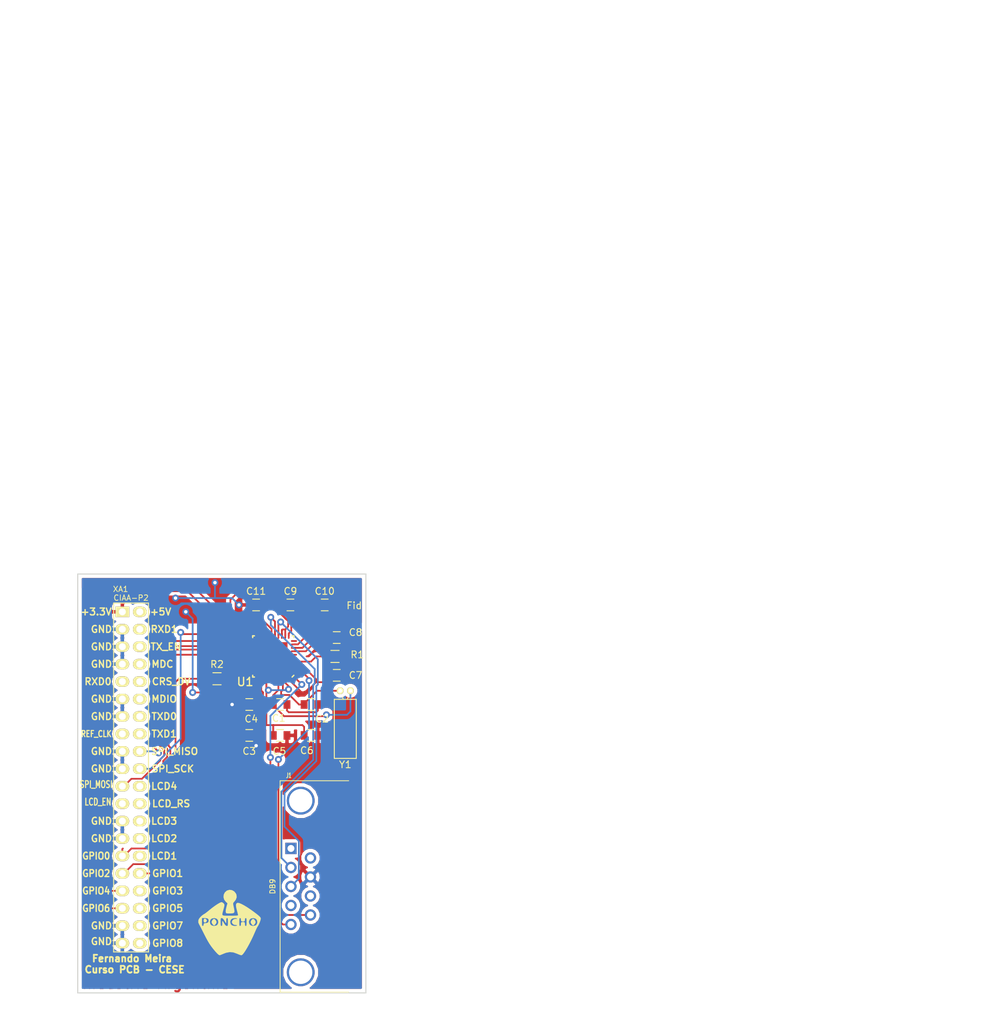
<source format=kicad_pcb>
(kicad_pcb (version 4) (host pcbnew 4.0.5-e0-6337~49~ubuntu14.04.1)

  (general
    (links 66)
    (no_connects 0)
    (area 141.424999 98.424999 183.575001 159.575001)
    (thickness 1.6)
    (drawings 18)
    (tracks 347)
    (zones 0)
    (modules 19)
    (nets 53)
  )

  (page A4)
  (title_block
    (title "Poncho Oximetro de Pulso para EDU-CIAA")
    (date 2016-12-22)
    (rev 1.0)
    (company "Proyecto CIAA - COMPUTADORA INDUSTRIAL ABIERTA ARGENTINA")
    (comment 1 https://github.com/Fermeira/Oximetro_CESE.git)
    (comment 2 "Autores y Licencia del modelo (Diego Brengi - UNLaM)")
    (comment 3 "Autor del poncho (Meira Fernando). Ver directorio \"doc\"")
    (comment 4 "Revisor: Martinez Horacio")
  )

  (layers
    (0 F.Cu signal)
    (31 B.Cu signal)
    (32 B.Adhes user)
    (33 F.Adhes user)
    (34 B.Paste user)
    (35 F.Paste user)
    (36 B.SilkS user)
    (37 F.SilkS user)
    (38 B.Mask user)
    (39 F.Mask user)
    (40 Dwgs.User user)
    (41 Cmts.User user)
    (42 Eco1.User user)
    (43 Eco2.User user)
    (44 Edge.Cuts user)
    (45 Margin user)
    (46 B.CrtYd user)
    (47 F.CrtYd user)
    (48 B.Fab user)
    (49 F.Fab user)
  )

  (setup
    (last_trace_width 0.25)
    (trace_clearance 0.24)
    (zone_clearance 0.508)
    (zone_45_only no)
    (trace_min 0.1)
    (segment_width 0.2)
    (edge_width 0.15)
    (via_size 1)
    (via_drill 0.5)
    (via_min_size 1)
    (via_min_drill 0.5)
    (uvia_size 0.3)
    (uvia_drill 0.1)
    (uvias_allowed no)
    (uvia_min_size 0.2)
    (uvia_min_drill 0.1)
    (pcb_text_width 0.3)
    (pcb_text_size 1.5 1.5)
    (mod_edge_width 0.15)
    (mod_text_size 1 1)
    (mod_text_width 0.15)
    (pad_size 1.524 1.524)
    (pad_drill 0.762)
    (pad_to_mask_clearance 0.2)
    (aux_axis_origin 0 0)
    (visible_elements FFFEFFF7)
    (pcbplotparams
      (layerselection 0x00030_80000001)
      (usegerberextensions false)
      (excludeedgelayer true)
      (linewidth 0.100000)
      (plotframeref false)
      (viasonmask false)
      (mode 1)
      (useauxorigin false)
      (hpglpennumber 1)
      (hpglpenspeed 20)
      (hpglpendiameter 15)
      (hpglpenoverlay 2)
      (psnegative false)
      (psa4output false)
      (plotreference true)
      (plotvalue true)
      (plotinvisibletext false)
      (padsonsilk false)
      (subtractmaskfromsilk false)
      (outputformat 1)
      (mirror false)
      (drillshape 1)
      (scaleselection 1)
      (outputdirectory ""))
  )

  (net 0 "")
  (net 1 "Net-(C1-Pad1)")
  (net 2 GND)
  (net 3 "Net-(C2-Pad1)")
  (net 4 +3V3)
  (net 5 "Net-(C7-Pad1)")
  (net 6 "Net-(C8-Pad1)")
  (net 7 "Net-(C10-Pad1)")
  (net 8 "Net-(J1-Pad1)")
  (net 9 "Net-(J1-Pad2)")
  (net 10 "Net-(J1-Pad3)")
  (net 11 "Net-(J1-Pad4)")
  (net 12 "Net-(J1-Pad5)")
  (net 13 "Net-(J1-Pad6)")
  (net 14 "Net-(J1-Pad8)")
  (net 15 "Net-(J1-Pad9)")
  (net 16 "Net-(R1-Pad1)")
  (net 17 "Net-(R2-Pad1)")
  (net 18 "Net-(U1-Pad5)")
  (net 19 "Net-(U1-Pad6)")
  (net 20 "Net-(U1-Pad10)")
  (net 21 "Net-(U1-Pad20)")
  (net 22 "Net-(U1-Pad21)")
  (net 23 "Net-(U1-Pad22)")
  (net 24 "Net-(U1-Pad23)")
  (net 25 "Net-(U1-Pad24)")
  (net 26 "Net-(U1-Pad25)")
  (net 27 "Net-(U1-Pad26)")
  (net 28 "Net-(U1-Pad27)")
  (net 29 "Net-(U1-Pad28)")
  (net 30 "Net-(U1-Pad30)")
  (net 31 "Net-(U1-Pad34)")
  (net 32 "Net-(U1-Pad35)")
  (net 33 "Net-(XA1-Pad42)")
  (net 34 "Net-(XA1-Pad44)")
  (net 35 "Net-(XA1-Pad46)")
  (net 36 "Net-(XA1-Pad48)")
  (net 37 "Net-(XA1-Pad49)")
  (net 38 "Net-(XA1-Pad50)")
  (net 39 "Net-(XA1-Pad52)")
  (net 40 "Net-(XA1-Pad54)")
  (net 41 "Net-(XA1-Pad55)")
  (net 42 "Net-(XA1-Pad56)")
  (net 43 "Net-(XA1-Pad62)")
  (net 44 "Net-(XA1-Pad63)")
  (net 45 "Net-(XA1-Pad64)")
  (net 46 "Net-(XA1-Pad66)")
  (net 47 "Net-(XA1-Pad68)")
  (net 48 "Net-(XA1-Pad70)")
  (net 49 "Net-(XA1-Pad74)")
  (net 50 "Net-(XA1-Pad76)")
  (net 51 "Net-(XA1-Pad78)")
  (net 52 "Net-(XA1-Pad80)")

  (net_class Default "This is the default net class."
    (clearance 0.24)
    (trace_width 0.25)
    (via_dia 1)
    (via_drill 0.5)
    (uvia_dia 0.3)
    (uvia_drill 0.1)
    (add_net +3V3)
    (add_net GND)
    (add_net "Net-(C1-Pad1)")
    (add_net "Net-(C10-Pad1)")
    (add_net "Net-(C2-Pad1)")
    (add_net "Net-(C7-Pad1)")
    (add_net "Net-(C8-Pad1)")
    (add_net "Net-(J1-Pad1)")
    (add_net "Net-(J1-Pad2)")
    (add_net "Net-(J1-Pad3)")
    (add_net "Net-(J1-Pad4)")
    (add_net "Net-(J1-Pad5)")
    (add_net "Net-(J1-Pad6)")
    (add_net "Net-(J1-Pad8)")
    (add_net "Net-(J1-Pad9)")
    (add_net "Net-(R1-Pad1)")
    (add_net "Net-(R2-Pad1)")
    (add_net "Net-(U1-Pad10)")
    (add_net "Net-(U1-Pad20)")
    (add_net "Net-(U1-Pad21)")
    (add_net "Net-(U1-Pad22)")
    (add_net "Net-(U1-Pad23)")
    (add_net "Net-(U1-Pad24)")
    (add_net "Net-(U1-Pad25)")
    (add_net "Net-(U1-Pad26)")
    (add_net "Net-(U1-Pad27)")
    (add_net "Net-(U1-Pad28)")
    (add_net "Net-(U1-Pad30)")
    (add_net "Net-(U1-Pad34)")
    (add_net "Net-(U1-Pad35)")
    (add_net "Net-(U1-Pad5)")
    (add_net "Net-(U1-Pad6)")
    (add_net "Net-(XA1-Pad42)")
    (add_net "Net-(XA1-Pad44)")
    (add_net "Net-(XA1-Pad46)")
    (add_net "Net-(XA1-Pad48)")
    (add_net "Net-(XA1-Pad49)")
    (add_net "Net-(XA1-Pad50)")
    (add_net "Net-(XA1-Pad52)")
    (add_net "Net-(XA1-Pad54)")
    (add_net "Net-(XA1-Pad55)")
    (add_net "Net-(XA1-Pad56)")
    (add_net "Net-(XA1-Pad62)")
    (add_net "Net-(XA1-Pad63)")
    (add_net "Net-(XA1-Pad64)")
    (add_net "Net-(XA1-Pad66)")
    (add_net "Net-(XA1-Pad68)")
    (add_net "Net-(XA1-Pad70)")
    (add_net "Net-(XA1-Pad74)")
    (add_net "Net-(XA1-Pad76)")
    (add_net "Net-(XA1-Pad78)")
    (add_net "Net-(XA1-Pad80)")
  )

  (module footprint:Conn_Poncho_Izquierdo placed (layer F.Cu) (tedit 584F0DB7) (tstamp 584F0DFF)
    (at 148 104)
    (tags "CONN Poncho")
    (path /584AFE47)
    (fp_text reference XA1 (at -0.254 -3.302) (layer F.SilkS)
      (effects (font (size 0.8 0.8) (thickness 0.12)))
    )
    (fp_text value Conn_Poncho2P_2x_20x2 (at 3.175 51.435) (layer F.SilkS) hide
      (effects (font (size 1.016 1.016) (thickness 0.2032)))
    )
    (fp_text user GPIO8 (at 6.604 48.26) (layer F.SilkS)
      (effects (font (size 1 1) (thickness 0.2)))
    )
    (fp_text user GPIO7 (at 6.604 45.72) (layer F.SilkS)
      (effects (font (size 1 1) (thickness 0.2)))
    )
    (fp_text user GPIO5 (at 6.604 43.18) (layer F.SilkS)
      (effects (font (size 1 1) (thickness 0.2)))
    )
    (fp_text user GPIO3 (at 6.604 40.64) (layer F.SilkS)
      (effects (font (size 1 1) (thickness 0.2)))
    )
    (fp_text user GPIO1 (at 6.604 38.1) (layer F.SilkS)
      (effects (font (size 1 1) (thickness 0.2)))
    )
    (fp_text user LCD1 (at 6.096 35.56) (layer F.SilkS)
      (effects (font (size 1 1) (thickness 0.2)))
    )
    (fp_text user LCD2 (at 6.096 33.02) (layer F.SilkS)
      (effects (font (size 1 1) (thickness 0.2)))
    )
    (fp_text user LCD3 (at 6.096 30.48) (layer F.SilkS)
      (effects (font (size 1 1) (thickness 0.2)))
    )
    (fp_text user LCD_RS (at 7.112 27.94) (layer F.SilkS)
      (effects (font (size 1 1) (thickness 0.2)))
    )
    (fp_text user LCD4 (at 6.096 25.4) (layer F.SilkS)
      (effects (font (size 1 1) (thickness 0.2)))
    )
    (fp_text user SPI_SCK (at 7.366 22.86) (layer F.SilkS)
      (effects (font (size 1 1) (thickness 0.2)))
    )
    (fp_text user SPI_MISO (at 7.62 20.32) (layer F.SilkS)
      (effects (font (size 1 1) (thickness 0.2)))
    )
    (fp_text user TXD1 (at 6.096 17.78) (layer F.SilkS)
      (effects (font (size 1 1) (thickness 0.2)))
    )
    (fp_text user TXD0 (at 6.096 15.24) (layer F.SilkS)
      (effects (font (size 1 1) (thickness 0.2)))
    )
    (fp_text user MDIO (at 6.096 12.7) (layer F.SilkS)
      (effects (font (size 1 1) (thickness 0.2)))
    )
    (fp_text user CRS_DV (at 7.112 10.16) (layer F.SilkS)
      (effects (font (size 1 1) (thickness 0.2)))
    )
    (fp_text user MDC (at 5.842 7.62) (layer F.SilkS)
      (effects (font (size 1 1) (thickness 0.2)))
    )
    (fp_text user TX_EN (at 6.35 5.08) (layer F.SilkS)
      (effects (font (size 1 1) (thickness 0.2)))
    )
    (fp_text user RXD1 (at 6.096 2.54) (layer F.SilkS)
      (effects (font (size 1 1) (thickness 0.2)))
    )
    (fp_text user +5V (at 5.588 0) (layer F.SilkS)
      (effects (font (size 1 1) (thickness 0.2)))
    )
    (fp_text user GND (at -3.048 48.006) (layer F.SilkS)
      (effects (font (size 1 1) (thickness 0.2)))
    )
    (fp_text user GND (at -3.048 45.72) (layer F.SilkS)
      (effects (font (size 1 1) (thickness 0.2)))
    )
    (fp_text user GPIO6 (at -3.81 43.18) (layer F.SilkS)
      (effects (font (size 1 0.9) (thickness 0.2)))
    )
    (fp_text user GPIO4 (at -3.81 40.64) (layer F.SilkS)
      (effects (font (size 1 0.9) (thickness 0.2)))
    )
    (fp_text user GPIO2 (at -3.81 38.1) (layer F.SilkS)
      (effects (font (size 1 0.9) (thickness 0.2)))
    )
    (fp_text user GPIO0 (at -3.81 35.56) (layer F.SilkS)
      (effects (font (size 1 0.9) (thickness 0.2)))
    )
    (fp_text user GND (at -3.048 33.02) (layer F.SilkS)
      (effects (font (size 1 1) (thickness 0.2)))
    )
    (fp_text user GND (at -3.048 30.48) (layer F.SilkS)
      (effects (font (size 1 1) (thickness 0.2)))
    )
    (fp_text user LCD_EN (at -3.556 27.686) (layer F.SilkS)
      (effects (font (size 1 0.7) (thickness 0.17)))
    )
    (fp_text user SPI_MOSI (at -3.81 25.146) (layer F.SilkS)
      (effects (font (size 1 0.7) (thickness 0.17)))
    )
    (fp_text user GND (at -3.048 22.86) (layer F.SilkS)
      (effects (font (size 1 1) (thickness 0.2)))
    )
    (fp_text user GND (at -3.048 20.32) (layer F.SilkS)
      (effects (font (size 1 1) (thickness 0.2)))
    )
    (fp_text user REF_CLK (at -3.81 17.78) (layer F.SilkS)
      (effects (font (size 0.9 0.7) (thickness 0.175)))
    )
    (fp_text user GND (at -3.048 15.24) (layer F.SilkS)
      (effects (font (size 1 1) (thickness 0.2)))
    )
    (fp_text user GND (at -3.048 12.7) (layer F.SilkS)
      (effects (font (size 1 1) (thickness 0.2)))
    )
    (fp_text user GND (at -3.048 7.62) (layer F.SilkS)
      (effects (font (size 1 1) (thickness 0.2)))
    )
    (fp_text user RXD0 (at -3.556 10.16) (layer F.SilkS)
      (effects (font (size 1 1) (thickness 0.2)))
    )
    (fp_text user GND (at -3.048 5.08) (layer F.SilkS)
      (effects (font (size 1 1) (thickness 0.2)))
    )
    (fp_text user GND (at -3.048 2.54) (layer F.SilkS)
      (effects (font (size 1 1) (thickness 0.2)))
    )
    (fp_text user +3.3V (at -3.81 0) (layer F.SilkS)
      (effects (font (size 1 1) (thickness 0.2)))
    )
    (fp_text user CIAA-P2 (at 1.27 -2.032) (layer F.SilkS)
      (effects (font (size 0.8 0.8) (thickness 0.12)))
    )
    (fp_line (start -1.27 0) (end -1.27 -1.27) (layer F.SilkS) (width 0.15))
    (fp_line (start -1.27 -1.27) (end 3.81 -1.27) (layer F.SilkS) (width 0.15))
    (fp_line (start 3.81 -1.27) (end 3.81 49.53) (layer F.SilkS) (width 0.15))
    (fp_line (start 3.81 49.53) (end -1.27 49.53) (layer F.SilkS) (width 0.15))
    (fp_line (start -1.27 49.53) (end -1.27 0) (layer F.SilkS) (width 0.15))
    (pad 41 thru_hole rect (at 0 0 270) (size 1.524 2) (drill 1.016) (layers *.Cu *.Mask F.SilkS)
      (net 4 +3V3))
    (pad 42 thru_hole oval (at 2.54 0 270) (size 1.524 2) (drill 1.016) (layers *.Cu *.Mask F.SilkS)
      (net 33 "Net-(XA1-Pad42)"))
    (pad 43 thru_hole oval (at 0 2.54 270) (size 1.524 2) (drill 1.016) (layers *.Cu *.Mask F.SilkS)
      (net 2 GND))
    (pad 44 thru_hole oval (at 2.54 2.54 270) (size 1.524 2) (drill 1.016) (layers *.Cu *.Mask F.SilkS)
      (net 34 "Net-(XA1-Pad44)"))
    (pad 45 thru_hole oval (at 0 5.08 270) (size 1.524 2) (drill 1.016) (layers *.Cu *.Mask F.SilkS)
      (net 2 GND))
    (pad 46 thru_hole oval (at 2.54 5.08 270) (size 1.524 2) (drill 1.016) (layers *.Cu *.Mask F.SilkS)
      (net 35 "Net-(XA1-Pad46)"))
    (pad 47 thru_hole oval (at 0 7.62 270) (size 1.524 2) (drill 1.016) (layers *.Cu *.Mask F.SilkS)
      (net 2 GND))
    (pad 48 thru_hole oval (at 2.54 7.62 270) (size 1.524 2) (drill 1.016) (layers *.Cu *.Mask F.SilkS)
      (net 36 "Net-(XA1-Pad48)"))
    (pad 49 thru_hole oval (at 0 10.16 270) (size 1.524 2) (drill 1.016) (layers *.Cu *.Mask F.SilkS)
      (net 37 "Net-(XA1-Pad49)"))
    (pad 50 thru_hole oval (at 2.54 10.16 270) (size 1.524 2) (drill 1.016) (layers *.Cu *.Mask F.SilkS)
      (net 38 "Net-(XA1-Pad50)"))
    (pad 51 thru_hole oval (at 0 12.7 270) (size 1.524 2) (drill 1.016) (layers *.Cu *.Mask F.SilkS)
      (net 2 GND))
    (pad 52 thru_hole oval (at 2.54 12.7 270) (size 1.524 2) (drill 1.016) (layers *.Cu *.Mask F.SilkS)
      (net 39 "Net-(XA1-Pad52)"))
    (pad 53 thru_hole oval (at 0 15.24 270) (size 1.524 2) (drill 1.016) (layers *.Cu *.Mask F.SilkS)
      (net 2 GND))
    (pad 54 thru_hole oval (at 2.54 15.24 270) (size 1.524 2) (drill 1.016) (layers *.Cu *.Mask F.SilkS)
      (net 40 "Net-(XA1-Pad54)"))
    (pad 55 thru_hole oval (at 0 17.78 270) (size 1.524 2) (drill 1.016) (layers *.Cu *.Mask F.SilkS)
      (net 41 "Net-(XA1-Pad55)"))
    (pad 56 thru_hole oval (at 2.54 17.78 270) (size 1.524 2) (drill 1.016) (layers *.Cu *.Mask F.SilkS)
      (net 42 "Net-(XA1-Pad56)"))
    (pad 57 thru_hole oval (at 0 20.32 270) (size 1.524 2) (drill 1.016) (layers *.Cu *.Mask F.SilkS)
      (net 2 GND))
    (pad 58 thru_hole oval (at 2.54 20.32 270) (size 1.524 2) (drill 1.016) (layers *.Cu *.Mask F.SilkS)
      (net 26 "Net-(U1-Pad25)"))
    (pad 59 thru_hole oval (at 0 22.86 270) (size 1.524 2) (drill 1.016) (layers *.Cu *.Mask F.SilkS)
      (net 2 GND))
    (pad 60 thru_hole oval (at 2.54 22.86 270) (size 1.524 2) (drill 1.016) (layers *.Cu *.Mask F.SilkS)
      (net 25 "Net-(U1-Pad24)"))
    (pad 61 thru_hole oval (at 0 25.4 270) (size 1.524 2) (drill 1.016) (layers *.Cu *.Mask F.SilkS)
      (net 27 "Net-(U1-Pad26)"))
    (pad 62 thru_hole oval (at 2.54 25.4 270) (size 1.524 2) (drill 1.016) (layers *.Cu *.Mask F.SilkS)
      (net 43 "Net-(XA1-Pad62)"))
    (pad 63 thru_hole oval (at 0 27.94 270) (size 1.524 2) (drill 1.016) (layers *.Cu *.Mask F.SilkS)
      (net 44 "Net-(XA1-Pad63)"))
    (pad 64 thru_hole oval (at 2.54 27.94 270) (size 1.524 2) (drill 1.016) (layers *.Cu *.Mask F.SilkS)
      (net 45 "Net-(XA1-Pad64)"))
    (pad 65 thru_hole oval (at 0 30.48 270) (size 1.524 2) (drill 1.016) (layers *.Cu *.Mask F.SilkS)
      (net 2 GND))
    (pad 66 thru_hole oval (at 2.54 30.48 270) (size 1.524 2) (drill 1.016) (layers *.Cu *.Mask F.SilkS)
      (net 46 "Net-(XA1-Pad66)"))
    (pad 67 thru_hole oval (at 0 33.02 270) (size 1.524 2) (drill 1.016) (layers *.Cu *.Mask F.SilkS)
      (net 2 GND))
    (pad 68 thru_hole oval (at 2.54 33.02 270) (size 1.524 2) (drill 1.016) (layers *.Cu *.Mask F.SilkS)
      (net 47 "Net-(XA1-Pad68)"))
    (pad 69 thru_hole oval (at 0 35.56 270) (size 1.524 2) (drill 1.016) (layers *.Cu *.Mask F.SilkS)
      (net 28 "Net-(U1-Pad27)"))
    (pad 70 thru_hole oval (at 2.54 35.56 270) (size 1.524 2) (drill 1.016) (layers *.Cu *.Mask F.SilkS)
      (net 48 "Net-(XA1-Pad70)"))
    (pad 71 thru_hole oval (at 0 38.1 270) (size 1.524 2) (drill 1.016) (layers *.Cu *.Mask F.SilkS)
      (net 29 "Net-(U1-Pad28)"))
    (pad 72 thru_hole oval (at 2.54 38.1 270) (size 1.524 2) (drill 1.016) (layers *.Cu *.Mask F.SilkS)
      (net 17 "Net-(R2-Pad1)"))
    (pad 73 thru_hole oval (at 0 40.64 270) (size 1.524 2) (drill 1.016) (layers *.Cu *.Mask F.SilkS)
      (net 22 "Net-(U1-Pad21)"))
    (pad 74 thru_hole oval (at 2.54 40.64 270) (size 1.524 2) (drill 1.016) (layers *.Cu *.Mask F.SilkS)
      (net 49 "Net-(XA1-Pad74)"))
    (pad 75 thru_hole oval (at 0 43.18 270) (size 1.524 2) (drill 1.016) (layers *.Cu *.Mask F.SilkS)
      (net 21 "Net-(U1-Pad20)"))
    (pad 76 thru_hole oval (at 2.54 43.18 270) (size 1.524 2) (drill 1.016) (layers *.Cu *.Mask F.SilkS)
      (net 50 "Net-(XA1-Pad76)"))
    (pad 77 thru_hole oval (at 0 45.72 270) (size 1.524 2) (drill 1.016) (layers *.Cu *.Mask F.SilkS)
      (net 2 GND))
    (pad 78 thru_hole oval (at 2.54 45.72 270) (size 1.524 2) (drill 1.016) (layers *.Cu *.Mask F.SilkS)
      (net 51 "Net-(XA1-Pad78)"))
    (pad 79 thru_hole oval (at 0 48.26 270) (size 1.524 2) (drill 1.016) (layers *.Cu *.Mask F.SilkS)
      (net 2 GND))
    (pad 80 thru_hole oval (at 2.54 48.26 270) (size 1.524 2) (drill 1.016) (layers *.Cu *.Mask F.SilkS)
      (net 52 "Net-(XA1-Pad80)"))
    (model ${KIPRJMOD}/TP.3dshapes/pin_strip_20x2.wrl
      (at (xyz 0.05 -0.95 0))
      (scale (xyz 1 1 1))
      (rotate (xyz 0 0 90))
    )
  )

  (module Capacitors_SMD:C_0805 placed (layer F.Cu) (tedit 585C66C1) (tstamp 584F0D4F)
    (at 171 117.5)
    (descr "Capacitor SMD 0805, reflow soldering, AVX (see smccp.pdf)")
    (tags "capacitor 0805")
    (path /584BF9A1)
    (attr smd)
    (fp_text reference C1 (at -0.2 2) (layer F.SilkS)
      (effects (font (size 1 1) (thickness 0.15)))
    )
    (fp_text value 10pF (at 0 2.1) (layer F.Fab)
      (effects (font (size 1 1) (thickness 0.15)))
    )
    (fp_line (start -1.8 -1) (end 1.8 -1) (layer F.CrtYd) (width 0.05))
    (fp_line (start -1.8 1) (end 1.8 1) (layer F.CrtYd) (width 0.05))
    (fp_line (start -1.8 -1) (end -1.8 1) (layer F.CrtYd) (width 0.05))
    (fp_line (start 1.8 -1) (end 1.8 1) (layer F.CrtYd) (width 0.05))
    (fp_line (start 0.5 -0.85) (end -0.5 -0.85) (layer F.SilkS) (width 0.15))
    (fp_line (start -0.5 0.85) (end 0.5 0.85) (layer F.SilkS) (width 0.15))
    (pad 1 smd rect (at -1 0) (size 1 1.25) (layers F.Cu F.Paste F.Mask)
      (net 1 "Net-(C1-Pad1)"))
    (pad 2 smd rect (at 1 0) (size 1 1.25) (layers F.Cu F.Paste F.Mask)
      (net 2 GND))
    (model ${KIPRJMOD}/TP.3dshapes/C_0805.wrl
      (at (xyz 0 0 0))
      (scale (xyz 1 1 1))
      (rotate (xyz 0 0 0))
    )
  )

  (module Capacitors_SMD:C_0805 placed (layer F.Cu) (tedit 585C66D2) (tstamp 584F0D55)
    (at 175.5 117.5)
    (descr "Capacitor SMD 0805, reflow soldering, AVX (see smccp.pdf)")
    (tags "capacitor 0805")
    (path /584BFA1C)
    (attr smd)
    (fp_text reference C2 (at 1.6 2.1) (layer F.SilkS)
      (effects (font (size 1 1) (thickness 0.15)))
    )
    (fp_text value 10pF (at 0 2.1) (layer F.Fab)
      (effects (font (size 1 1) (thickness 0.15)))
    )
    (fp_line (start -1.8 -1) (end 1.8 -1) (layer F.CrtYd) (width 0.05))
    (fp_line (start -1.8 1) (end 1.8 1) (layer F.CrtYd) (width 0.05))
    (fp_line (start -1.8 -1) (end -1.8 1) (layer F.CrtYd) (width 0.05))
    (fp_line (start 1.8 -1) (end 1.8 1) (layer F.CrtYd) (width 0.05))
    (fp_line (start 0.5 -0.85) (end -0.5 -0.85) (layer F.SilkS) (width 0.15))
    (fp_line (start -0.5 0.85) (end 0.5 0.85) (layer F.SilkS) (width 0.15))
    (pad 1 smd rect (at -1 0) (size 1 1.25) (layers F.Cu F.Paste F.Mask)
      (net 3 "Net-(C2-Pad1)"))
    (pad 2 smd rect (at 1 0) (size 1 1.25) (layers F.Cu F.Paste F.Mask)
      (net 2 GND))
    (model ${KIPRJMOD}/TP.3dshapes/C_0805.wrl
      (at (xyz 0 0 0))
      (scale (xyz 1 1 1))
      (rotate (xyz 0 0 0))
    )
  )

  (module Capacitors_SMD:C_0805 placed (layer F.Cu) (tedit 585C66B7) (tstamp 584F0D5B)
    (at 166.5 122)
    (descr "Capacitor SMD 0805, reflow soldering, AVX (see smccp.pdf)")
    (tags "capacitor 0805")
    (path /584BF1D7)
    (attr smd)
    (fp_text reference C3 (at 0 2.3) (layer F.SilkS)
      (effects (font (size 1 1) (thickness 0.15)))
    )
    (fp_text value 0.01uF (at 0 2.1) (layer F.Fab)
      (effects (font (size 1 1) (thickness 0.15)))
    )
    (fp_line (start -1.8 -1) (end 1.8 -1) (layer F.CrtYd) (width 0.05))
    (fp_line (start -1.8 1) (end 1.8 1) (layer F.CrtYd) (width 0.05))
    (fp_line (start -1.8 -1) (end -1.8 1) (layer F.CrtYd) (width 0.05))
    (fp_line (start 1.8 -1) (end 1.8 1) (layer F.CrtYd) (width 0.05))
    (fp_line (start 0.5 -0.85) (end -0.5 -0.85) (layer F.SilkS) (width 0.15))
    (fp_line (start -0.5 0.85) (end 0.5 0.85) (layer F.SilkS) (width 0.15))
    (pad 1 smd rect (at -1 0) (size 1 1.25) (layers F.Cu F.Paste F.Mask)
      (net 4 +3V3))
    (pad 2 smd rect (at 1 0) (size 1 1.25) (layers F.Cu F.Paste F.Mask)
      (net 2 GND))
    (model Capacitors_SMD.3dshapes/C_0805.wrl
      (at (xyz 0 0 0))
      (scale (xyz 1 1 1))
      (rotate (xyz 0 0 0))
    )
  )

  (module Capacitors_SMD:C_0805 placed (layer F.Cu) (tedit 585C66C5) (tstamp 584F0D61)
    (at 166.5 117.5)
    (descr "Capacitor SMD 0805, reflow soldering, AVX (see smccp.pdf)")
    (tags "capacitor 0805")
    (path /584C0025)
    (attr smd)
    (fp_text reference C4 (at 0.3 2.1) (layer F.SilkS)
      (effects (font (size 1 1) (thickness 0.15)))
    )
    (fp_text value 100nF (at 0 2.1) (layer F.Fab)
      (effects (font (size 1 1) (thickness 0.15)))
    )
    (fp_line (start -1.8 -1) (end 1.8 -1) (layer F.CrtYd) (width 0.05))
    (fp_line (start -1.8 1) (end 1.8 1) (layer F.CrtYd) (width 0.05))
    (fp_line (start -1.8 -1) (end -1.8 1) (layer F.CrtYd) (width 0.05))
    (fp_line (start 1.8 -1) (end 1.8 1) (layer F.CrtYd) (width 0.05))
    (fp_line (start 0.5 -0.85) (end -0.5 -0.85) (layer F.SilkS) (width 0.15))
    (fp_line (start -0.5 0.85) (end 0.5 0.85) (layer F.SilkS) (width 0.15))
    (pad 1 smd rect (at -1 0) (size 1 1.25) (layers F.Cu F.Paste F.Mask)
      (net 2 GND))
    (pad 2 smd rect (at 1 0) (size 1 1.25) (layers F.Cu F.Paste F.Mask)
      (net 4 +3V3))
    (model ${KIPRJMOD}/TP.3dshapes/C_0805.wrl
      (at (xyz 0 0 0))
      (scale (xyz 1 1 1))
      (rotate (xyz 0 0 0))
    )
  )

  (module Capacitors_SMD:C_0805 placed (layer F.Cu) (tedit 585C66BB) (tstamp 584F0D67)
    (at 171 122)
    (descr "Capacitor SMD 0805, reflow soldering, AVX (see smccp.pdf)")
    (tags "capacitor 0805")
    (path /584BF22E)
    (attr smd)
    (fp_text reference C5 (at -0.1 2.3) (layer F.SilkS)
      (effects (font (size 1 1) (thickness 0.15)))
    )
    (fp_text value 0.01uF (at 0 2.1) (layer F.Fab)
      (effects (font (size 1 1) (thickness 0.15)))
    )
    (fp_line (start -1.8 -1) (end 1.8 -1) (layer F.CrtYd) (width 0.05))
    (fp_line (start -1.8 1) (end 1.8 1) (layer F.CrtYd) (width 0.05))
    (fp_line (start -1.8 -1) (end -1.8 1) (layer F.CrtYd) (width 0.05))
    (fp_line (start 1.8 -1) (end 1.8 1) (layer F.CrtYd) (width 0.05))
    (fp_line (start 0.5 -0.85) (end -0.5 -0.85) (layer F.SilkS) (width 0.15))
    (fp_line (start -0.5 0.85) (end 0.5 0.85) (layer F.SilkS) (width 0.15))
    (pad 1 smd rect (at -1 0) (size 1 1.25) (layers F.Cu F.Paste F.Mask)
      (net 4 +3V3))
    (pad 2 smd rect (at 1 0) (size 1 1.25) (layers F.Cu F.Paste F.Mask)
      (net 2 GND))
    (model Capacitors_SMD.3dshapes/C_0805.wrl
      (at (xyz 0 0 0))
      (scale (xyz 1 1 1))
      (rotate (xyz 0 0 0))
    )
  )

  (module Capacitors_SMD:C_0805 placed (layer F.Cu) (tedit 585C66BE) (tstamp 584F0D6D)
    (at 175.5 122)
    (descr "Capacitor SMD 0805, reflow soldering, AVX (see smccp.pdf)")
    (tags "capacitor 0805")
    (path /584BF282)
    (attr smd)
    (fp_text reference C6 (at -0.6 2.2) (layer F.SilkS)
      (effects (font (size 1 1) (thickness 0.15)))
    )
    (fp_text value 0.01uF (at 0 2.1) (layer F.Fab)
      (effects (font (size 1 1) (thickness 0.15)))
    )
    (fp_line (start -1.8 -1) (end 1.8 -1) (layer F.CrtYd) (width 0.05))
    (fp_line (start -1.8 1) (end 1.8 1) (layer F.CrtYd) (width 0.05))
    (fp_line (start -1.8 -1) (end -1.8 1) (layer F.CrtYd) (width 0.05))
    (fp_line (start 1.8 -1) (end 1.8 1) (layer F.CrtYd) (width 0.05))
    (fp_line (start 0.5 -0.85) (end -0.5 -0.85) (layer F.SilkS) (width 0.15))
    (fp_line (start -0.5 0.85) (end 0.5 0.85) (layer F.SilkS) (width 0.15))
    (pad 1 smd rect (at -1 0) (size 1 1.25) (layers F.Cu F.Paste F.Mask)
      (net 4 +3V3))
    (pad 2 smd rect (at 1 0) (size 1 1.25) (layers F.Cu F.Paste F.Mask)
      (net 2 GND))
    (model Capacitors_SMD.3dshapes/C_0805.wrl
      (at (xyz 0 0 0))
      (scale (xyz 1 1 1))
      (rotate (xyz 0 0 0))
    )
  )

  (module Capacitors_SMD:C_0805 placed (layer F.Cu) (tedit 584F4200) (tstamp 584F0D73)
    (at 179.25 113.25)
    (descr "Capacitor SMD 0805, reflow soldering, AVX (see smccp.pdf)")
    (tags "capacitor 0805")
    (path /584BED71)
    (attr smd)
    (fp_text reference C7 (at 2.75 0) (layer F.SilkS)
      (effects (font (size 1 1) (thickness 0.15)))
    )
    (fp_text value 0.01uF (at 0 2.1) (layer F.Fab)
      (effects (font (size 1 1) (thickness 0.15)))
    )
    (fp_line (start -1.8 -1) (end 1.8 -1) (layer F.CrtYd) (width 0.05))
    (fp_line (start -1.8 1) (end 1.8 1) (layer F.CrtYd) (width 0.05))
    (fp_line (start -1.8 -1) (end -1.8 1) (layer F.CrtYd) (width 0.05))
    (fp_line (start 1.8 -1) (end 1.8 1) (layer F.CrtYd) (width 0.05))
    (fp_line (start 0.5 -0.85) (end -0.5 -0.85) (layer F.SilkS) (width 0.15))
    (fp_line (start -0.5 0.85) (end 0.5 0.85) (layer F.SilkS) (width 0.15))
    (pad 1 smd rect (at -1 0) (size 1 1.25) (layers F.Cu F.Paste F.Mask)
      (net 5 "Net-(C7-Pad1)"))
    (pad 2 smd rect (at 1 0) (size 1 1.25) (layers F.Cu F.Paste F.Mask)
      (net 2 GND))
    (model ${KIPRJMOD}/TP.3dshapes/C_0805.wrl
      (at (xyz 0 0 0))
      (scale (xyz 1 1 1))
      (rotate (xyz 0 0 0))
    )
  )

  (module Capacitors_SMD:C_0805 placed (layer F.Cu) (tedit 584F420A) (tstamp 584F0D79)
    (at 179.25 107.75)
    (descr "Capacitor SMD 0805, reflow soldering, AVX (see smccp.pdf)")
    (tags "capacitor 0805")
    (path /584C089E)
    (attr smd)
    (fp_text reference C8 (at 2.75 -0.75) (layer F.SilkS)
      (effects (font (size 1 1) (thickness 0.15)))
    )
    (fp_text value 2.2uF (at 0 2.1) (layer F.Fab)
      (effects (font (size 1 1) (thickness 0.15)))
    )
    (fp_line (start -1.8 -1) (end 1.8 -1) (layer F.CrtYd) (width 0.05))
    (fp_line (start -1.8 1) (end 1.8 1) (layer F.CrtYd) (width 0.05))
    (fp_line (start -1.8 -1) (end -1.8 1) (layer F.CrtYd) (width 0.05))
    (fp_line (start 1.8 -1) (end 1.8 1) (layer F.CrtYd) (width 0.05))
    (fp_line (start 0.5 -0.85) (end -0.5 -0.85) (layer F.SilkS) (width 0.15))
    (fp_line (start -0.5 0.85) (end 0.5 0.85) (layer F.SilkS) (width 0.15))
    (pad 1 smd rect (at -1 0) (size 1 1.25) (layers F.Cu F.Paste F.Mask)
      (net 6 "Net-(C8-Pad1)"))
    (pad 2 smd rect (at 1 0) (size 1 1.25) (layers F.Cu F.Paste F.Mask)
      (net 2 GND))
    (model ${KIPRJMOD}/TP.3dshapes/C_0805.wrl
      (at (xyz 0 0 0))
      (scale (xyz 1 1 1))
      (rotate (xyz 0 0 0))
    )
  )

  (module Capacitors_SMD:C_0805 placed (layer F.Cu) (tedit 584F421C) (tstamp 584F0D7F)
    (at 172.5 103)
    (descr "Capacitor SMD 0805, reflow soldering, AVX (see smccp.pdf)")
    (tags "capacitor 0805")
    (path /584C1331)
    (attr smd)
    (fp_text reference C9 (at 0 -2) (layer F.SilkS)
      (effects (font (size 1 1) (thickness 0.15)))
    )
    (fp_text value 100nF (at 0 2.1) (layer F.Fab)
      (effects (font (size 1 1) (thickness 0.15)))
    )
    (fp_line (start -1.8 -1) (end 1.8 -1) (layer F.CrtYd) (width 0.05))
    (fp_line (start -1.8 1) (end 1.8 1) (layer F.CrtYd) (width 0.05))
    (fp_line (start -1.8 -1) (end -1.8 1) (layer F.CrtYd) (width 0.05))
    (fp_line (start 1.8 -1) (end 1.8 1) (layer F.CrtYd) (width 0.05))
    (fp_line (start 0.5 -0.85) (end -0.5 -0.85) (layer F.SilkS) (width 0.15))
    (fp_line (start -0.5 0.85) (end 0.5 0.85) (layer F.SilkS) (width 0.15))
    (pad 1 smd rect (at -1 0) (size 1 1.25) (layers F.Cu F.Paste F.Mask)
      (net 4 +3V3))
    (pad 2 smd rect (at 1 0) (size 1 1.25) (layers F.Cu F.Paste F.Mask)
      (net 2 GND))
    (model ${KIPRJMOD}/TP.3dshapes/C_0805.wrl
      (at (xyz 0 0 0))
      (scale (xyz 1 1 1))
      (rotate (xyz 0 0 0))
    )
  )

  (module Capacitors_SMD:C_0805 placed (layer F.Cu) (tedit 584F4220) (tstamp 584F0D85)
    (at 177.5 103)
    (descr "Capacitor SMD 0805, reflow soldering, AVX (see smccp.pdf)")
    (tags "capacitor 0805")
    (path /584C0EFD)
    (attr smd)
    (fp_text reference C10 (at 0 -2) (layer F.SilkS)
      (effects (font (size 1 1) (thickness 0.15)))
    )
    (fp_text value 2.2uF (at 0 2.1) (layer F.Fab)
      (effects (font (size 1 1) (thickness 0.15)))
    )
    (fp_line (start -1.8 -1) (end 1.8 -1) (layer F.CrtYd) (width 0.05))
    (fp_line (start -1.8 1) (end 1.8 1) (layer F.CrtYd) (width 0.05))
    (fp_line (start -1.8 -1) (end -1.8 1) (layer F.CrtYd) (width 0.05))
    (fp_line (start 1.8 -1) (end 1.8 1) (layer F.CrtYd) (width 0.05))
    (fp_line (start 0.5 -0.85) (end -0.5 -0.85) (layer F.SilkS) (width 0.15))
    (fp_line (start -0.5 0.85) (end 0.5 0.85) (layer F.SilkS) (width 0.15))
    (pad 1 smd rect (at -1 0) (size 1 1.25) (layers F.Cu F.Paste F.Mask)
      (net 7 "Net-(C10-Pad1)"))
    (pad 2 smd rect (at 1 0) (size 1 1.25) (layers F.Cu F.Paste F.Mask)
      (net 2 GND))
    (model ${KIPRJMOD}/TP.3dshapes/C_0805.wrl
      (at (xyz 0 0 0))
      (scale (xyz 1 1 1))
      (rotate (xyz 0 0 0))
    )
  )

  (module Capacitors_SMD:C_0805 placed (layer F.Cu) (tedit 584F4219) (tstamp 584F0D8B)
    (at 167.5 103 180)
    (descr "Capacitor SMD 0805, reflow soldering, AVX (see smccp.pdf)")
    (tags "capacitor 0805")
    (path /584C2A88)
    (attr smd)
    (fp_text reference C11 (at 0 2 180) (layer F.SilkS)
      (effects (font (size 1 1) (thickness 0.15)))
    )
    (fp_text value 1uF (at 0 2.1 180) (layer F.Fab)
      (effects (font (size 1 1) (thickness 0.15)))
    )
    (fp_line (start -1.8 -1) (end 1.8 -1) (layer F.CrtYd) (width 0.05))
    (fp_line (start -1.8 1) (end 1.8 1) (layer F.CrtYd) (width 0.05))
    (fp_line (start -1.8 -1) (end -1.8 1) (layer F.CrtYd) (width 0.05))
    (fp_line (start 1.8 -1) (end 1.8 1) (layer F.CrtYd) (width 0.05))
    (fp_line (start 0.5 -0.85) (end -0.5 -0.85) (layer F.SilkS) (width 0.15))
    (fp_line (start -0.5 0.85) (end 0.5 0.85) (layer F.SilkS) (width 0.15))
    (pad 1 smd rect (at -1 0 180) (size 1 1.25) (layers F.Cu F.Paste F.Mask)
      (net 2 GND))
    (pad 2 smd rect (at 1 0 180) (size 1 1.25) (layers F.Cu F.Paste F.Mask)
      (net 4 +3V3))
    (model ${KIPRJMOD}/TP.3dshapes/C_0805.wrl
      (at (xyz 0 0 0))
      (scale (xyz 1 1 1))
      (rotate (xyz 0 0 0))
    )
  )

  (module ej2cese:DB9_F_TH placed (layer F.Cu) (tedit 565607B0) (tstamp 584F0D9A)
    (at 174 144 270)
    (path /584BEF0B)
    (fp_text reference J1 (at -16.165 1.735 360) (layer F.SilkS)
      (effects (font (size 0.7112 0.4572) (thickness 0.1143)))
    )
    (fp_text value DB9 (at 0 4.1 270) (layer F.SilkS)
      (effects (font (size 0.762 0.762) (thickness 0.127)))
    )
    (fp_line (start 15.4 3) (end 15.4 -7) (layer F.SilkS) (width 0.127))
    (fp_line (start 15.4 -9.5) (end 15.4 -7) (layer Dwgs.User) (width 0.127))
    (fp_line (start -15.4 3) (end -15.4 -7) (layer F.SilkS) (width 0.127))
    (fp_line (start -15.4 -9.5) (end -15.4 -7) (layer Dwgs.User) (width 0.127))
    (fp_line (start -15.4 -9.1) (end 15.4 -9.1) (layer Dwgs.User) (width 0.127))
    (fp_arc (start -14.2 -14.3) (end -14.2 -14.5) (angle 90) (layer Dwgs.User) (width 0.127))
    (fp_arc (start -13.8 -14.3) (end -14 -14.3) (angle 90) (layer Dwgs.User) (width 0.127))
    (fp_arc (start -10.8 -14.3) (end -11 -14.3) (angle 90) (layer Dwgs.User) (width 0.127))
    (fp_arc (start -11.2 -14.3) (end -11.2 -14.5) (angle 90) (layer Dwgs.User) (width 0.127))
    (fp_arc (start 11.2 -14.3) (end 11 -14.3) (angle 90) (layer Dwgs.User) (width 0.127))
    (fp_arc (start 10.8 -14.3) (end 10.8 -14.5) (angle 90) (layer Dwgs.User) (width 0.127))
    (fp_arc (start 14.2 -14.3) (end 14 -14.3) (angle 90) (layer Dwgs.User) (width 0.127))
    (fp_arc (start 13.8 -14.3) (end 13.8 -14.5) (angle 90) (layer Dwgs.User) (width 0.127))
    (fp_line (start 10 -14.1) (end 10 -9.5) (layer Dwgs.User) (width 0.127))
    (fp_line (start 15 -14.1) (end 15 -9.5) (layer Dwgs.User) (width 0.127))
    (fp_line (start 10.4 -14.5) (end 14.6 -14.5) (layer Dwgs.User) (width 0.127))
    (fp_line (start -15 -14.1) (end -15 -9.5) (layer Dwgs.User) (width 0.127))
    (fp_line (start -10 -14.1) (end -10 -9.5) (layer Dwgs.User) (width 0.127))
    (fp_line (start -14.6 -14.5) (end -10.4 -14.5) (layer Dwgs.User) (width 0.127))
    (fp_arc (start -14.6 -14.1) (end -15 -14.1) (angle 90) (layer Dwgs.User) (width 0.127))
    (fp_arc (start -10.4 -14.1) (end -10.4 -14.5) (angle 90) (layer Dwgs.User) (width 0.127))
    (fp_arc (start 10.4 -14.1) (end 10 -14.1) (angle 90) (layer Dwgs.User) (width 0.127))
    (fp_arc (start 14.6 -14.1) (end 14.6 -14.5) (angle 90) (layer Dwgs.User) (width 0.127))
    (fp_line (start 14 -14.5) (end 14 -9.5) (layer Dwgs.User) (width 0.127))
    (fp_line (start 11 -14.5) (end 11 -9.5) (layer Dwgs.User) (width 0.127))
    (fp_line (start -11 -14.5) (end -11 -9.5) (layer Dwgs.User) (width 0.127))
    (fp_line (start -14 -14.5) (end -14 -9.5) (layer Dwgs.User) (width 0.127))
    (fp_line (start 7.8 -15.3) (end -7.8 -15.3) (layer Dwgs.User) (width 0.127))
    (fp_line (start 8.2 -14.9) (end 8.2 -9.5) (layer Dwgs.User) (width 0.127))
    (fp_line (start -8.2 -14.9) (end -8.2 -9.5) (layer Dwgs.User) (width 0.127))
    (fp_arc (start -7.8 -14.9) (end -8.2 -14.9) (angle 90) (layer Dwgs.User) (width 0.127))
    (fp_arc (start 7.8 -14.9) (end 7.8 -15.3) (angle 90) (layer Dwgs.User) (width 0.127))
    (fp_line (start 15.4 3) (end -15.4 3) (layer F.SilkS) (width 0.127))
    (fp_line (start -15.4 -9.5) (end 15.4 -9.5) (layer Dwgs.User) (width 0.127))
    (pad 1 thru_hole rect (at -5.5372 1.4224 270) (size 1.651 1.651) (drill 1.016) (layers *.Cu *.Mask)
      (net 8 "Net-(J1-Pad1)"))
    (pad 2 thru_hole circle (at -2.7686 1.4224 270) (size 1.651 1.651) (drill 1.016) (layers *.Cu *.Mask)
      (net 9 "Net-(J1-Pad2)"))
    (pad 3 thru_hole circle (at 0 1.4224 270) (size 1.651 1.651) (drill 1.016) (layers *.Cu *.Mask)
      (net 10 "Net-(J1-Pad3)"))
    (pad 4 thru_hole circle (at 2.7686 1.4224 270) (size 1.651 1.651) (drill 1.016) (layers *.Cu *.Mask)
      (net 11 "Net-(J1-Pad4)"))
    (pad 5 thru_hole circle (at 5.5372 1.4224 270) (size 1.651 1.651) (drill 1.016) (layers *.Cu *.Mask)
      (net 12 "Net-(J1-Pad5)"))
    (pad 6 thru_hole circle (at -4.1529 -1.4224 270) (size 1.651 1.651) (drill 1.016) (layers *.Cu *.Mask)
      (net 13 "Net-(J1-Pad6)"))
    (pad 7 thru_hole circle (at -1.3843 -1.4224 270) (size 1.651 1.651) (drill 1.016) (layers *.Cu *.Mask)
      (net 2 GND))
    (pad 8 thru_hole circle (at 1.3843 -1.4224 270) (size 1.651 1.651) (drill 1.016) (layers *.Cu *.Mask)
      (net 14 "Net-(J1-Pad8)"))
    (pad 9 thru_hole circle (at 4.1529 -1.4224 270) (size 1.651 1.651) (drill 1.016) (layers *.Cu *.Mask)
      (net 15 "Net-(J1-Pad9)"))
    (pad 10 thru_hole circle (at -12.4968 0 270) (size 4.064 4.064) (drill 3.4) (layers *.Cu *.Mask))
    (pad 11 thru_hole circle (at 12.4968 0 270) (size 4.064 4.064) (drill 3.4) (layers *.Cu *.Mask))
    (model ${KIPRJMOD}/TP.3dshapes/db_9f.wrl
      (at (xyz 0 0.28 0))
      (scale (xyz 1 1 1))
      (rotate (xyz 0 0 180))
    )
  )

  (module Resistors_SMD:R_0805 placed (layer F.Cu) (tedit 584F420E) (tstamp 584F0DA0)
    (at 179 110.5)
    (descr "Resistor SMD 0805, reflow soldering, Vishay (see dcrcw.pdf)")
    (tags "resistor 0805")
    (path /584BEB13)
    (attr smd)
    (fp_text reference R1 (at 3.25 -0.25) (layer F.SilkS)
      (effects (font (size 1 1) (thickness 0.15)))
    )
    (fp_text value 1K (at 0 2.1) (layer F.Fab)
      (effects (font (size 1 1) (thickness 0.15)))
    )
    (fp_line (start -1.6 -1) (end 1.6 -1) (layer F.CrtYd) (width 0.05))
    (fp_line (start -1.6 1) (end 1.6 1) (layer F.CrtYd) (width 0.05))
    (fp_line (start -1.6 -1) (end -1.6 1) (layer F.CrtYd) (width 0.05))
    (fp_line (start 1.6 -1) (end 1.6 1) (layer F.CrtYd) (width 0.05))
    (fp_line (start 0.6 0.875) (end -0.6 0.875) (layer F.SilkS) (width 0.15))
    (fp_line (start -0.6 -0.875) (end 0.6 -0.875) (layer F.SilkS) (width 0.15))
    (pad 1 smd rect (at -0.95 0) (size 0.7 1.3) (layers F.Cu F.Paste F.Mask)
      (net 16 "Net-(R1-Pad1)"))
    (pad 2 smd rect (at 0.95 0) (size 0.7 1.3) (layers F.Cu F.Paste F.Mask)
      (net 5 "Net-(C7-Pad1)"))
    (model ${KIPRJMOD}/TP.3dshapes/R_0805.wrl
      (at (xyz 0 0 0))
      (scale (xyz 1 1 1))
      (rotate (xyz 0 0 0))
    )
  )

  (module Resistors_SMD:R_0805 placed (layer F.Cu) (tedit 5415CDEB) (tstamp 584F0DA6)
    (at 161.8 113.75)
    (descr "Resistor SMD 0805, reflow soldering, Vishay (see dcrcw.pdf)")
    (tags "resistor 0805")
    (path /584C3110)
    (attr smd)
    (fp_text reference R2 (at 0 -2.1) (layer F.SilkS)
      (effects (font (size 1 1) (thickness 0.15)))
    )
    (fp_text value 10K (at 0 2.1) (layer F.Fab)
      (effects (font (size 1 1) (thickness 0.15)))
    )
    (fp_line (start -1.6 -1) (end 1.6 -1) (layer F.CrtYd) (width 0.05))
    (fp_line (start -1.6 1) (end 1.6 1) (layer F.CrtYd) (width 0.05))
    (fp_line (start -1.6 -1) (end -1.6 1) (layer F.CrtYd) (width 0.05))
    (fp_line (start 1.6 -1) (end 1.6 1) (layer F.CrtYd) (width 0.05))
    (fp_line (start 0.6 0.875) (end -0.6 0.875) (layer F.SilkS) (width 0.15))
    (fp_line (start -0.6 -0.875) (end 0.6 -0.875) (layer F.SilkS) (width 0.15))
    (pad 1 smd rect (at -0.95 0) (size 0.7 1.3) (layers F.Cu F.Paste F.Mask)
      (net 17 "Net-(R2-Pad1)"))
    (pad 2 smd rect (at 0.95 0) (size 0.7 1.3) (layers F.Cu F.Paste F.Mask)
      (net 4 +3V3))
    (model ${KIPRJMOD}/TP.3dshapes/R_0805.wrl
      (at (xyz 0 0 0))
      (scale (xyz 1 1 1))
      (rotate (xyz 0 0 0))
    )
  )

  (module Anastasia:QFN40 placed (layer F.Cu) (tedit 585C66D6) (tstamp 584F0DD3)
    (at 170 110.5 180)
    (path /584AFC59)
    (fp_text reference U1 (at 4.1 -3.7 180) (layer F.SilkS)
      (effects (font (size 1.2 1.2) (thickness 0.2)))
    )
    (fp_text value AFE4490 (at 0 -4.665 180) (layer F.SilkS) hide
      (effects (font (size 1.2 1.2) (thickness 0.2)))
    )
    (fp_line (start -3 -2.75) (end -2.75 -3) (layer F.SilkS) (width 0.2))
    (fp_line (start 2.75 -3) (end 3 -3) (layer F.SilkS) (width 0.2))
    (fp_line (start 3 -3) (end 3 -2.75) (layer F.SilkS) (width 0.2))
    (fp_line (start -2.75 3) (end -3 3) (layer F.SilkS) (width 0.2))
    (fp_line (start -3 3) (end -3 2.75) (layer F.SilkS) (width 0.2))
    (fp_line (start 2.75 3) (end 3 3) (layer F.SilkS) (width 0.2))
    (fp_line (start 3 3) (end 3 2.75) (layer F.SilkS) (width 0.2))
    (pad 1 smd oval (at -3.015 -2.25 180) (size 0.9 0.25) (layers F.Cu F.Paste F.Mask)
      (net 12 "Net-(J1-Pad5)"))
    (pad 2 smd oval (at -3.015 -1.75 180) (size 0.9 0.25) (layers F.Cu F.Paste F.Mask)
      (net 15 "Net-(J1-Pad9)"))
    (pad 3 smd oval (at -3.015 -1.25 180) (size 0.9 0.25) (layers F.Cu F.Paste F.Mask)
      (net 2 GND))
    (pad 4 smd oval (at -3.015 -0.75 180) (size 0.9 0.25) (layers F.Cu F.Paste F.Mask)
      (net 16 "Net-(R1-Pad1)"))
    (pad 5 smd oval (at -3.015 -0.25 180) (size 0.9 0.25) (layers F.Cu F.Paste F.Mask)
      (net 18 "Net-(U1-Pad5)"))
    (pad 6 smd oval (at -3.015 0.25 180) (size 0.9 0.25) (layers F.Cu F.Paste F.Mask)
      (net 19 "Net-(U1-Pad6)"))
    (pad 7 smd oval (at -3.015 0.75 180) (size 0.9 0.25) (layers F.Cu F.Paste F.Mask)
      (net 6 "Net-(C8-Pad1)"))
    (pad 8 smd oval (at -3.015 1.25 180) (size 0.9 0.25) (layers F.Cu F.Paste F.Mask)
      (net 2 GND))
    (pad 9 smd oval (at -3.015 1.75 180) (size 0.9 0.25) (layers F.Cu F.Paste F.Mask)
      (net 7 "Net-(C10-Pad1)"))
    (pad 10 smd oval (at -3.015 2.25 180) (size 0.9 0.25) (layers F.Cu F.Paste F.Mask)
      (net 20 "Net-(U1-Pad10)"))
    (pad 11 smd oval (at -2.25 3.015 180) (size 0.25 0.9) (layers F.Cu F.Paste F.Mask)
      (net 4 +3V3))
    (pad 12 smd oval (at -1.75 3.015 180) (size 0.25 0.9) (layers F.Cu F.Paste F.Mask)
      (net 2 GND))
    (pad 13 smd oval (at -1.25 3.015 180) (size 0.25 0.9) (layers F.Cu F.Paste F.Mask)
      (net 2 GND))
    (pad 14 smd oval (at -0.75 3.015 180) (size 0.25 0.9) (layers F.Cu F.Paste F.Mask)
      (net 10 "Net-(J1-Pad3)"))
    (pad 15 smd oval (at -0.25 3.015 180) (size 0.25 0.9) (layers F.Cu F.Paste F.Mask)
      (net 9 "Net-(J1-Pad2)"))
    (pad 16 smd oval (at 0.25 3.015 180) (size 0.25 0.9) (layers F.Cu F.Paste F.Mask)
      (net 2 GND))
    (pad 17 smd oval (at 0.75 3.015 180) (size 0.25 0.9) (layers F.Cu F.Paste F.Mask)
      (net 4 +3V3))
    (pad 18 smd oval (at 1.25 3.015 180) (size 0.25 0.9) (layers F.Cu F.Paste F.Mask)
      (net 4 +3V3))
    (pad 19 smd oval (at 1.75 3.015 180) (size 0.25 0.9) (layers F.Cu F.Paste F.Mask)
      (net 2 GND))
    (pad 20 smd oval (at 2.25 3.015 180) (size 0.25 0.9) (layers F.Cu F.Paste F.Mask)
      (net 21 "Net-(U1-Pad20)"))
    (pad 21 smd oval (at 3.015 2.25 180) (size 0.9 0.25) (layers F.Cu F.Paste F.Mask)
      (net 22 "Net-(U1-Pad21)"))
    (pad 22 smd oval (at 3.015 1.75 180) (size 0.9 0.25) (layers F.Cu F.Paste F.Mask)
      (net 23 "Net-(U1-Pad22)"))
    (pad 23 smd oval (at 3.015 1.25 180) (size 0.9 0.25) (layers F.Cu F.Paste F.Mask)
      (net 24 "Net-(U1-Pad23)"))
    (pad 24 smd oval (at 3.015 0.75 180) (size 0.9 0.25) (layers F.Cu F.Paste F.Mask)
      (net 25 "Net-(U1-Pad24)"))
    (pad 25 smd oval (at 3.015 0.25 180) (size 0.9 0.25) (layers F.Cu F.Paste F.Mask)
      (net 26 "Net-(U1-Pad25)"))
    (pad 26 smd oval (at 3.015 -0.25 180) (size 0.9 0.25) (layers F.Cu F.Paste F.Mask)
      (net 27 "Net-(U1-Pad26)"))
    (pad 27 smd oval (at 3.015 -0.75 180) (size 0.9 0.25) (layers F.Cu F.Paste F.Mask)
      (net 28 "Net-(U1-Pad27)"))
    (pad 28 smd oval (at 3.015 -1.25 180) (size 0.9 0.25) (layers F.Cu F.Paste F.Mask)
      (net 29 "Net-(U1-Pad28)"))
    (pad 29 smd oval (at 3.015 -1.75 180) (size 0.9 0.25) (layers F.Cu F.Paste F.Mask)
      (net 17 "Net-(R2-Pad1)"))
    (pad 30 smd oval (at 3.015 -2.25 180) (size 0.9 0.25) (layers F.Cu F.Paste F.Mask)
      (net 30 "Net-(U1-Pad30)"))
    (pad 31 smd oval (at 2.25 -3.015 180) (size 0.25 0.9) (layers F.Cu F.Paste F.Mask)
      (net 4 +3V3))
    (pad 32 smd oval (at 1.75 -3.015 180) (size 0.25 0.9) (layers F.Cu F.Paste F.Mask)
      (net 2 GND))
    (pad 33 smd oval (at 1.25 -3.015 180) (size 0.25 0.9) (layers F.Cu F.Paste F.Mask)
      (net 4 +3V3))
    (pad 34 smd oval (at 0.75 -3.015 180) (size 0.25 0.9) (layers F.Cu F.Paste F.Mask)
      (net 31 "Net-(U1-Pad34)"))
    (pad 35 smd oval (at 0.25 -3.015 180) (size 0.25 0.9) (layers F.Cu F.Paste F.Mask)
      (net 32 "Net-(U1-Pad35)"))
    (pad 36 smd oval (at -0.25 -3.015 180) (size 0.25 0.9) (layers F.Cu F.Paste F.Mask)
      (net 2 GND))
    (pad 37 smd oval (at -0.75 -3.015 180) (size 0.25 0.9) (layers F.Cu F.Paste F.Mask)
      (net 1 "Net-(C1-Pad1)"))
    (pad 38 smd oval (at -1.25 -3.015 180) (size 0.25 0.9) (layers F.Cu F.Paste F.Mask)
      (net 3 "Net-(C2-Pad1)"))
    (pad 39 smd oval (at -1.75 -3.015 180) (size 0.25 0.9) (layers F.Cu F.Paste F.Mask)
      (net 4 +3V3))
    (pad 40 smd oval (at -2.25 -3.015 180) (size 0.25 0.9) (layers F.Cu F.Paste F.Mask)
      (net 2 GND))
    (pad 41 smd rect (at 0 0 180) (size 4.15 4.15) (layers F.Cu F.Paste F.Mask)
      (net 2 GND))
    (model ${KIPRJMOD}/TP.3dshapes/s-pvqfn-n40.wrl
      (at (xyz 0 0 0))
      (scale (xyz 1 1 1))
      (rotate (xyz 0 0 90))
    )
  )

  (module Crystals:Crystal_Round_Horizontal_3mm placed (layer F.Cu) (tedit 584F41F7) (tstamp 584F0E05)
    (at 180.5 115.5 180)
    (descr "Crystal, Quarz, Rundgehaeuse, round, horizontal, liegend, Uhrenquarz, Diam. 3mm,")
    (tags "Crystal Quarz Rundgehaeuse round horizontal liegend Uhrenquarz Diam. 3mm")
    (path /584BF806)
    (fp_text reference Y1 (at 0 -10.75 180) (layer F.SilkS)
      (effects (font (size 1 1) (thickness 0.15)))
    )
    (fp_text value 8MHz (at -0.24892 2.75082 180) (layer F.Fab)
      (effects (font (size 1 1) (thickness 0.15)))
    )
    (fp_line (start 1.6002 -1.24968) (end 1.6002 -9.85012) (layer F.SilkS) (width 0.15))
    (fp_line (start 1.6002 -9.85012) (end -1.6002 -9.85012) (layer F.SilkS) (width 0.15))
    (fp_line (start -1.6002 -9.85012) (end -1.6002 -1.24968) (layer F.SilkS) (width 0.15))
    (fp_line (start -0.8509 -1.24968) (end -1.6002 -1.24968) (layer F.SilkS) (width 0.15))
    (fp_line (start 0.89916 -1.24968) (end 1.6002 -1.24968) (layer F.SilkS) (width 0.15))
    (fp_line (start -0.29972 -1.24968) (end -0.39878 -0.94996) (layer F.SilkS) (width 0.15))
    (fp_line (start 0.29972 -1.24968) (end 0.39878 -0.94996) (layer F.SilkS) (width 0.15))
    (fp_line (start 0.89916 -1.24968) (end -0.89916 -1.24968) (layer F.SilkS) (width 0.15))
    (pad 1 thru_hole circle (at -0.7493 0 180) (size 1.00076 1.00076) (drill 0.59944) (layers *.Cu *.Mask F.SilkS)
      (net 1 "Net-(C1-Pad1)"))
    (pad 2 thru_hole circle (at 0.7493 0 180) (size 1.00076 1.00076) (drill 0.59944) (layers *.Cu *.Mask F.SilkS)
      (net 3 "Net-(C2-Pad1)"))
    (model ${KIPRJMOD}/TP.3dshapes/crystal_tc-38_horiz.wrl
      (at (xyz 0 0.175 0))
      (scale (xyz 1 1 1))
      (rotate (xyz 0 0 180))
    )
  )

  (module footprint:Logo_Poncho (layer F.Cu) (tedit 585C68F5) (tstamp 584F4013)
    (at 163.6 149.3)
    (fp_text reference "Oximentro " (at 0.127 5.588) (layer F.SilkS) hide
      (effects (font (thickness 0.3)))
    )
    (fp_text value LOGO (at 0.762 7.493) (layer F.SilkS) hide
      (effects (font (thickness 0.3)))
    )
    (fp_poly (pts (xy 4.535714 -0.627021) (xy 4.498746 -0.420109) (xy 4.405012 -0.1352) (xy 4.280272 0.162897)
      (xy 4.150281 0.409374) (xy 4.123376 0.447413) (xy 4.123376 -0.123701) (xy 4.058326 -0.436938)
      (xy 3.869112 -0.644378) (xy 3.564639 -0.737671) (xy 3.463636 -0.742208) (xy 3.129516 -0.681223)
      (xy 2.908248 -0.503835) (xy 2.808734 -0.218392) (xy 2.803896 -0.123701) (xy 2.868946 0.189536)
      (xy 3.058159 0.396975) (xy 3.362633 0.490269) (xy 3.463636 0.494805) (xy 3.797606 0.436492)
      (xy 3.958441 0.32987) (xy 4.092315 0.09203) (xy 4.123376 -0.123701) (xy 4.123376 0.447413)
      (xy 4.089856 0.494805) (xy 4.013749 0.621925) (xy 3.89522 0.861365) (xy 3.753792 1.172585)
      (xy 3.672876 1.360714) (xy 3.421635 1.929272) (xy 3.149718 2.496808) (xy 2.869494 3.041693)
      (xy 2.593334 3.542296) (xy 2.556493 3.603955) (xy 2.556493 -0.123701) (xy 2.552598 -0.439936)
      (xy 2.534834 -0.625484) (xy 2.494089 -0.714524) (xy 2.421247 -0.741238) (xy 2.391558 -0.742208)
      (xy 2.270831 -0.703329) (xy 2.228325 -0.558669) (xy 2.226623 -0.494805) (xy 2.206189 -0.31957)
      (xy 2.109798 -0.254982) (xy 1.97922 -0.247402) (xy 1.803985 -0.267837) (xy 1.739397 -0.364227)
      (xy 1.731818 -0.494805) (xy 1.705898 -0.675896) (xy 1.609459 -0.739655) (xy 1.566883 -0.742208)
      (xy 1.482553 -0.727599) (xy 1.433074 -0.660988) (xy 1.40933 -0.508193) (xy 1.402206 -0.235036)
      (xy 1.401948 -0.123701) (xy 1.405843 0.192533) (xy 1.423606 0.378081) (xy 1.464351 0.467122)
      (xy 1.537193 0.493835) (xy 1.566883 0.494805) (xy 1.680559 0.462518) (xy 1.726426 0.336472)
      (xy 1.731818 0.206169) (xy 1.745609 0.012245) (xy 1.815564 -0.067294) (xy 1.97922 -0.082467)
      (xy 2.145441 -0.066377) (xy 2.213617 0.015237) (xy 2.226623 0.206169) (xy 2.245073 0.405103)
      (xy 2.317099 0.48537) (xy 2.391558 0.494805) (xy 2.475887 0.480197) (xy 2.525367 0.413586)
      (xy 2.549111 0.260791) (xy 2.556234 -0.012366) (xy 2.556493 -0.123701) (xy 2.556493 3.603955)
      (xy 2.33361 3.976986) (xy 2.102692 4.324132) (xy 1.912952 4.562103) (xy 1.781691 4.667512)
      (xy 1.660102 4.654002) (xy 1.438445 4.580892) (xy 1.163465 4.463746) (xy 1.154545 4.459546)
      (xy 1.154545 0.36149) (xy 1.110706 0.268405) (xy 0.956623 0.266159) (xy 0.938776 0.269422)
      (xy 0.717011 0.243945) (xy 0.523128 0.11531) (xy 0.417755 -0.07121) (xy 0.412337 -0.123701)
      (xy 0.484303 -0.318602) (xy 0.658393 -0.472009) (xy 0.871896 -0.536691) (xy 0.949632 -0.528355)
      (xy 1.105982 -0.515384) (xy 1.154279 -0.597467) (xy 1.154545 -0.609566) (xy 1.114247 -0.69528)
      (xy 0.970303 -0.735064) (xy 0.783441 -0.742208) (xy 0.429195 -0.687347) (xy 0.198088 -0.523118)
      (xy 0.090717 -0.250044) (xy 0.082467 -0.123701) (xy 0.144642 0.188869) (xy 0.330769 0.392787)
      (xy 0.640252 0.487526) (xy 0.783441 0.494805) (xy 1.022962 0.480515) (xy 1.134243 0.429291)
      (xy 1.154545 0.36149) (xy 1.154545 4.459546) (xy 1.148315 4.456614) (xy 0.592041 4.256938)
      (xy 0.061238 4.207886) (xy -0.164935 4.249843) (xy -0.164935 -0.123701) (xy -0.168831 -0.439936)
      (xy -0.186594 -0.625484) (xy -0.227339 -0.714524) (xy -0.300181 -0.741238) (xy -0.329871 -0.742208)
      (xy -0.435349 -0.716231) (xy -0.483875 -0.609894) (xy -0.495586 -0.391721) (xy -0.496366 -0.041234)
      (xy -0.706429 -0.391721) (xy -0.874005 -0.625569) (xy -1.029731 -0.729733) (xy -1.117986 -0.742208)
      (xy -1.220495 -0.733937) (xy -1.280586 -0.685976) (xy -1.309571 -0.563603) (xy -1.318762 -0.332094)
      (xy -1.319481 -0.123701) (xy -1.315585 0.192533) (xy -1.297822 0.378081) (xy -1.257077 0.467122)
      (xy -1.184235 0.493835) (xy -1.154546 0.494805) (xy -1.049068 0.468829) (xy -1.000541 0.362492)
      (xy -0.988831 0.144318) (xy -0.98805 -0.206169) (xy -0.777988 0.144318) (xy -0.610412 0.378167)
      (xy -0.454685 0.48233) (xy -0.36643 0.494805) (xy -0.263922 0.486535) (xy -0.203831 0.438574)
      (xy -0.174846 0.3162) (xy -0.165655 0.084692) (xy -0.164935 -0.123701) (xy -0.164935 4.249843)
      (xy -0.48241 4.308738) (xy -0.783442 4.420415) (xy -1.059466 4.535832) (xy -1.285963 4.626797)
      (xy -1.401948 4.669513) (xy -1.518876 4.625399) (xy -1.566884 4.584033) (xy -1.566884 -0.123701)
      (xy -1.631934 -0.436938) (xy -1.821147 -0.644378) (xy -2.12562 -0.737671) (xy -2.226624 -0.742208)
      (xy -2.560743 -0.681223) (xy -2.782012 -0.503835) (xy -2.881525 -0.218392) (xy -2.886364 -0.123701)
      (xy -2.821314 0.189536) (xy -2.6321 0.396975) (xy -2.327627 0.490269) (xy -2.226624 0.494805)
      (xy -1.892653 0.436492) (xy -1.731819 0.32987) (xy -1.597945 0.09203) (xy -1.566884 -0.123701)
      (xy -1.566884 4.584033) (xy -1.717176 4.454536) (xy -1.98582 4.166799) (xy -2.061689 4.078924)
      (xy -2.369861 3.70727) (xy -2.632201 3.363429) (xy -2.870341 3.013116) (xy -2.968832 2.849614)
      (xy -2.968832 -0.32987) (xy -3.007485 -0.54598) (xy -3.140146 -0.67528) (xy -3.391869 -0.734039)
      (xy -3.603832 -0.742208) (xy -4.04091 -0.742208) (xy -4.04091 -0.123701) (xy -4.037014 0.192533)
      (xy -4.019251 0.378081) (xy -3.978506 0.467122) (xy -3.905664 0.493835) (xy -3.875974 0.494805)
      (xy -3.746639 0.446485) (xy -3.711039 0.288637) (xy -3.687673 0.146227) (xy -3.584731 0.090232)
      (xy -3.438897 0.082468) (xy -3.16065 0.034793) (xy -3.008068 -0.114765) (xy -2.968832 -0.32987)
      (xy -2.968832 2.849614) (xy -3.105916 2.622046) (xy -3.360558 2.155935) (xy -3.6559 1.580499)
      (xy -3.724805 1.443182) (xy -3.927446 1.040996) (xy -4.107468 0.68891) (xy -4.250627 0.414385)
      (xy -4.342678 0.24488) (xy -4.366512 0.206169) (xy -4.479713 -0.061738) (xy -4.470402 -0.368299)
      (xy -4.39208 -0.562072) (xy -4.211754 -0.794239) (xy -3.970771 -1.027175) (xy -3.729883 -1.205582)
      (xy -3.628572 -1.257014) (xy -3.515586 -1.328258) (xy -3.31072 -1.481511) (xy -3.047204 -1.691308)
      (xy -2.861153 -1.845142) (xy -2.478394 -2.151727) (xy -2.09396 -2.434151) (xy -1.735885 -2.674156)
      (xy -1.432202 -2.853482) (xy -1.210945 -2.953871) (xy -1.135923 -2.968831) (xy -0.992755 -2.911987)
      (xy -0.868796 -2.807085) (xy -0.798823 -2.718089) (xy -0.768465 -2.621372) (xy -0.779148 -2.476306)
      (xy -0.832302 -2.242261) (xy -0.897248 -1.997411) (xy -1.002077 -1.614541) (xy -1.0637 -1.342913)
      (xy -1.062894 -1.163551) (xy -0.980436 -1.05748) (xy -0.797105 -1.005726) (xy -0.493678 -0.989314)
      (xy -0.050932 -0.989267) (xy 0.123701 -0.98961) (xy 0.616616 -0.993152) (xy 0.963601 -1.004879)
      (xy 1.183529 -1.026446) (xy 1.295275 -1.059505) (xy 1.31948 -1.094352) (xy 1.298521 -1.22034)
      (xy 1.243133 -1.457326) (xy 1.164548 -1.757819) (xy 1.150407 -1.809213) (xy 1.043088 -2.255847)
      (xy 1.008894 -2.569631) (xy 1.048676 -2.765972) (xy 1.163285 -2.860279) (xy 1.208992 -2.870512)
      (xy 1.420553 -2.83991) (xy 1.739874 -2.711189) (xy 2.149801 -2.493929) (xy 2.633175 -2.197713)
      (xy 3.172841 -1.832122) (xy 3.525487 -1.576813) (xy 3.929546 -1.272303) (xy 4.214754 -1.04349)
      (xy 4.398878 -0.873667) (xy 4.499689 -0.746128) (xy 4.534955 -0.644167) (xy 4.535714 -0.627021)
      (xy 4.535714 -0.627021)) (layer F.SilkS) (width 0.1))
    (fp_poly (pts (xy 1.023542 -3.736319) (xy 0.895402 -3.389445) (xy 0.679417 -3.11223) (xy 0.563302 -2.982356)
      (xy 0.508034 -2.869698) (xy 0.506066 -2.720981) (xy 0.549854 -2.48293) (xy 0.574294 -2.370022)
      (xy 0.658312 -1.973188) (xy 0.69611 -1.709422) (xy 0.675383 -1.550382) (xy 0.583822 -1.467723)
      (xy 0.409122 -1.433104) (xy 0.16144 -1.419187) (xy -0.12355 -1.415195) (xy -0.339882 -1.428263)
      (xy -0.43645 -1.453549) (xy -0.490308 -1.618268) (xy -0.466441 -1.923684) (xy -0.365224 -2.365222)
      (xy -0.360015 -2.384058) (xy -0.225225 -2.868872) (xy -0.488808 -3.104404) (xy -0.714353 -3.402585)
      (xy -0.808424 -3.746824) (xy -0.77552 -4.096523) (xy -0.620138 -4.411085) (xy -0.346777 -4.649915)
      (xy -0.31571 -4.666738) (xy 0.033719 -4.763905) (xy 0.380075 -4.71573) (xy 0.68714 -4.538441)
      (xy 0.918691 -4.248265) (xy 0.989692 -4.081895) (xy 1.023542 -3.736319) (xy 1.023542 -3.736319)) (layer F.SilkS) (width 0.1))
    (fp_poly (pts (xy -3.320079 -0.321578) (xy -3.381169 -0.206169) (xy -3.537606 -0.087441) (xy -3.656944 -0.12265)
      (xy -3.710414 -0.301007) (xy -3.711039 -0.32987) (xy -3.666881 -0.523821) (xy -3.553583 -0.57585)
      (xy -3.399915 -0.47517) (xy -3.381169 -0.453571) (xy -3.320079 -0.321578) (xy -3.320079 -0.321578)) (layer F.SilkS) (width 0.1))
    (fp_poly (pts (xy -1.911824 -0.1467) (xy -1.935194 -0.006732) (xy -2.006645 0.114199) (xy -2.128505 0.265484)
      (xy -2.225472 0.329848) (xy -2.226624 0.32987) (xy -2.322643 0.267542) (xy -2.444552 0.117317)
      (xy -2.446603 0.114199) (xy -2.537406 -0.05684) (xy -2.52656 -0.197017) (xy -2.465958 -0.318756)
      (xy -2.343482 -0.473895) (xy -2.226624 -0.536039) (xy -2.106037 -0.47051) (xy -1.987289 -0.318756)
      (xy -1.911824 -0.1467) (xy -1.911824 -0.1467)) (layer F.SilkS) (width 0.1))
    (fp_poly (pts (xy 3.778435 -0.1467) (xy 3.755065 -0.006732) (xy 3.683615 0.114199) (xy 3.561755 0.265484)
      (xy 3.464788 0.329848) (xy 3.463636 0.32987) (xy 3.367616 0.267542) (xy 3.245708 0.117317)
      (xy 3.243657 0.114199) (xy 3.152854 -0.05684) (xy 3.163699 -0.197017) (xy 3.224301 -0.318756)
      (xy 3.346778 -0.473895) (xy 3.463636 -0.536039) (xy 3.584223 -0.47051) (xy 3.702971 -0.318756)
      (xy 3.778435 -0.1467) (xy 3.778435 -0.1467)) (layer F.SilkS) (width 0.1))
  )

  (module Fiducials:Fiducial_1mm_Dia_2.54mm_Outer_CopperTop (layer F.Cu) (tedit 585C7976) (tstamp 585C79F4)
    (at 181.4 100.6)
    (descr "Circular Fiducial, 1mm bare copper top; 2.54mm keepout")
    (tags marker)
    (attr virtual)
    (fp_text reference Fid (at 0.4 2.5) (layer F.SilkS)
      (effects (font (size 1 1) (thickness 0.15)))
    )
    (fp_text value Fiducial_1mm_Dia_2.54mm_Outer_CopperTop (at 0 -1.8) (layer F.Fab)
      (effects (font (size 1 1) (thickness 0.15)))
    )
    (fp_circle (center 0 0) (end 1.55 0) (layer F.CrtYd) (width 0.05))
    (pad ~ smd circle (at 0 0) (size 1 1) (layers F.Cu F.Mask)
      (solder_mask_margin 0.77) (clearance 0.77))
  )

  (dimension 61 (width 0.3) (layer Dwgs.User)
    (gr_text "61,000 mm" (at 136.45 129 90) (layer Dwgs.User)
      (effects (font (size 1.5 1.5) (thickness 0.3)))
    )
    (feature1 (pts (xy 141.5 98.5) (xy 135.1 98.5)))
    (feature2 (pts (xy 141.5 159.5) (xy 135.1 159.5)))
    (crossbar (pts (xy 137.8 159.5) (xy 137.8 98.5)))
    (arrow1a (pts (xy 137.8 98.5) (xy 138.386421 99.626504)))
    (arrow1b (pts (xy 137.8 98.5) (xy 137.213579 99.626504)))
    (arrow2a (pts (xy 137.8 159.5) (xy 138.386421 158.373496)))
    (arrow2b (pts (xy 137.8 159.5) (xy 137.213579 158.373496)))
  )
  (dimension 42 (width 0.3) (layer Dwgs.User)
    (gr_text "42,000 mm" (at 162.5 164.65) (layer Dwgs.User)
      (effects (font (size 1.5 1.5) (thickness 0.3)))
    )
    (feature1 (pts (xy 183.5 159.5) (xy 183.5 166)))
    (feature2 (pts (xy 141.5 159.5) (xy 141.5 166)))
    (crossbar (pts (xy 141.5 163.3) (xy 183.5 163.3)))
    (arrow1a (pts (xy 183.5 163.3) (xy 182.373496 163.886421)))
    (arrow1b (pts (xy 183.5 163.3) (xy 182.373496 162.713579)))
    (arrow2a (pts (xy 141.5 163.3) (xy 142.626504 163.886421)))
    (arrow2b (pts (xy 141.5 163.3) (xy 142.626504 162.713579)))
  )
  (gr_text "Industria Argentina\n" (at 152.9 158.1) (layer F.Cu)
    (effects (font (size 1.5 1.5) (thickness 0.3)))
  )
  (gr_text "Fernando Meira \nCurso PCB - CESE" (at 149.8 155.3) (layer F.SilkS)
    (effects (font (size 1 1) (thickness 0.25)))
  )
  (gr_text "Ancho minimo de pista 0,25 mm\nDiametro agujero via 0,50 mm\nDiametro de via 1,00 mm" (at 187 34.5) (layer Dwgs.User)
    (effects (font (size 1.5 1.5) (thickness 0.3)) (justify left))
  )
  (gr_text "Grilla de posicionamiento: 0,50 mm\n" (at 187 29.5) (layer Dwgs.User)
    (effects (font (size 1.5 1.5) (thickness 0.3)) (justify left))
  )
  (gr_text "Grilla de ruteo: 0,10 mm" (at 187 27) (layer Dwgs.User)
    (effects (font (size 1.5 1.5) (thickness 0.3)) (justify left))
  )
  (gr_text "Diseño doble faz.\nSin requerimientos especiales.\n" (at 187 23) (layer Dwgs.User)
    (effects (font (size 1.5 1.5) (thickness 0.3)) (justify left))
  )
  (gr_text STACK-UP (at 229.5 17.5) (layer Dwgs.User)
    (effects (font (size 1.5 1.5) (thickness 0.3)))
  )
  (gr_line (start 185 15) (end 185.5 15) (angle 90) (layer Dwgs.User) (width 0.2))
  (gr_line (start 185 52) (end 185 15) (angle 90) (layer Dwgs.User) (width 0.2))
  (gr_line (start 276 52) (end 185 52) (angle 90) (layer Dwgs.User) (width 0.2))
  (gr_line (start 276 15) (end 276 52) (angle 90) (layer Dwgs.User) (width 0.2))
  (gr_line (start 185.5 15) (end 276 15) (angle 90) (layer Dwgs.User) (width 0.2))
  (gr_line (start 141.5 98.5) (end 141.5 159.5) (angle 90) (layer Edge.Cuts) (width 0.15))
  (gr_line (start 183.5 98.5) (end 141.5 98.5) (angle 90) (layer Edge.Cuts) (width 0.15))
  (gr_line (start 183.5 159.5) (end 183.5 98.5) (angle 90) (layer Edge.Cuts) (width 0.15))
  (gr_line (start 141.5 159.5) (end 183.5 159.5) (angle 90) (layer Edge.Cuts) (width 0.15))

  (segment (start 170.75 115.38641) (end 170.75 114.215) (width 0.25) (layer F.Cu) (net 1))
  (segment (start 170 116.13641) (end 170.75 115.38641) (width 0.25) (layer F.Cu) (net 1))
  (segment (start 170 117.5) (end 170 116.13641) (width 0.25) (layer F.Cu) (net 1))
  (segment (start 170.75 114.215) (end 170.75 113.515) (width 0.25) (layer F.Cu) (net 1))
  (segment (start 171.575011 119.200011) (end 177.549989 119.200011) (width 0.25) (layer F.Cu) (net 1))
  (segment (start 170 117.625) (end 171.575011 119.200011) (width 0.25) (layer F.Cu) (net 1))
  (segment (start 170 117.5) (end 170 117.625) (width 0.25) (layer F.Cu) (net 1))
  (segment (start 177.549989 119.200011) (end 177.75 119) (width 0.25) (layer F.Cu) (net 1))
  (segment (start 180.75 119) (end 181.2493 118.5007) (width 0.25) (layer B.Cu) (net 1))
  (segment (start 181.2493 118.5007) (end 181.2493 115.5) (width 0.25) (layer B.Cu) (net 1))
  (segment (start 177.75 119) (end 180.75 119) (width 0.25) (layer B.Cu) (net 1))
  (via (at 177.75 119) (size 1) (drill 0.5) (layers F.Cu B.Cu) (net 1))
  (segment (start 181.2493 115.5) (end 181.2493 115.7507) (width 0.25) (layer F.Cu) (net 1))
  (segment (start 171.25 106.8) (end 171.25 106.65) (width 0.25) (layer F.Cu) (net 2))
  (segment (start 171.331369 106.568631) (end 171.75 106.568631) (width 0.25) (layer F.Cu) (net 2) (tstamp 585C663F))
  (segment (start 171.25 106.65) (end 171.331369 106.568631) (width 0.25) (layer F.Cu) (net 2) (tstamp 585C663E))
  (segment (start 171.25 107.485) (end 171.25 106.8) (width 0.25) (layer F.Cu) (net 2))
  (segment (start 171.25 106.8) (end 171.25 106.75) (width 0.25) (layer F.Cu) (net 2) (tstamp 585C663C))
  (segment (start 170 109.435) (end 170 110.5) (width 0.25) (layer F.Cu) (net 2))
  (segment (start 171.900012 105.107429) (end 169.792583 103) (width 0.25) (layer F.Cu) (net 2))
  (segment (start 171.25 107.485) (end 171.25 107.16) (width 0.25) (layer F.Cu) (net 2))
  (segment (start 169.792583 103) (end 169.25 103) (width 0.25) (layer F.Cu) (net 2))
  (segment (start 168.5 103.125) (end 168.5 103) (width 0.25) (layer F.Cu) (net 2))
  (segment (start 167.75 103.875) (end 168.5 103.125) (width 0.25) (layer F.Cu) (net 2))
  (segment (start 167.75 104.5) (end 167.75 103.875) (width 0.25) (layer F.Cu) (net 2))
  (segment (start 169.75 106.5) (end 167.75 104.5) (width 0.25) (layer F.Cu) (net 2))
  (segment (start 169.75 107.485) (end 169.75 106.5) (width 0.25) (layer F.Cu) (net 2))
  (segment (start 168.5 102.875) (end 168.5 103) (width 0.25) (layer F.Cu) (net 2))
  (segment (start 166.875 101.25) (end 168.5 102.875) (width 0.25) (layer F.Cu) (net 2))
  (segment (start 164.75 101.25) (end 166.875 101.25) (width 0.25) (layer F.Cu) (net 2))
  (segment (start 163.75 102.25) (end 164.75 101.25) (width 0.25) (layer F.Cu) (net 2))
  (segment (start 163.75 104.25) (end 163.75 102.25) (width 0.25) (layer F.Cu) (net 2))
  (segment (start 167.87642 106.650009) (end 166.150009 106.650009) (width 0.25) (layer F.Cu) (net 2))
  (segment (start 168.25 107.023589) (end 167.87642 106.650009) (width 0.25) (layer F.Cu) (net 2))
  (segment (start 168.25 107.485) (end 168.25 107.023589) (width 0.25) (layer F.Cu) (net 2))
  (segment (start 166.150009 106.650009) (end 163.75 104.25) (width 0.25) (layer F.Cu) (net 2))
  (segment (start 172.20001 113.0036) (end 171.9364 112.73999) (width 0.25) (layer F.Cu) (net 2))
  (segment (start 171.9364 112.73999) (end 171.9364 112.4364) (width 0.25) (layer F.Cu) (net 2))
  (segment (start 171.9364 112.4364) (end 170 110.5) (width 0.25) (layer F.Cu) (net 2))
  (segment (start 173.75 101.5) (end 178.25 101.5) (width 0.25) (layer F.Cu) (net 2))
  (segment (start 178.5 101.75) (end 178.5 103) (width 0.25) (layer F.Cu) (net 2))
  (segment (start 178.25 101.5) (end 178.5 101.75) (width 0.25) (layer F.Cu) (net 2))
  (segment (start 173.5 103) (end 173.5 101.75) (width 0.25) (layer F.Cu) (net 2))
  (segment (start 173.5 101.75) (end 173.75 101.5) (width 0.25) (layer F.Cu) (net 2))
  (segment (start 178.75 121.75) (end 178.75 118) (width 0.25) (layer F.Cu) (net 2))
  (segment (start 178.25 117.5) (end 178.75 118) (width 0.25) (layer F.Cu) (net 2))
  (segment (start 176.5 117.5) (end 178.25 117.5) (width 0.25) (layer F.Cu) (net 2))
  (segment (start 167.5 122) (end 167.5 122.75) (width 0.25) (layer F.Cu) (net 2))
  (segment (start 167.5 122.75) (end 167.5 123) (width 0.25) (layer F.Cu) (net 2))
  (segment (start 167.5 123.5) (end 167.5 122.75) (width 0.25) (layer F.Cu) (net 2))
  (segment (start 164.5 123.5) (end 167.5 123.5) (width 0.25) (layer B.Cu) (net 2))
  (via (at 167.5 123.5) (size 1) (drill 0.5) (layers F.Cu B.Cu) (net 2))
  (segment (start 164 123) (end 164.5 123.5) (width 0.25) (layer B.Cu) (net 2))
  (segment (start 164 118.207106) (end 164 123) (width 0.25) (layer B.Cu) (net 2))
  (segment (start 164 117.5) (end 164 118.207106) (width 0.25) (layer B.Cu) (net 2))
  (segment (start 165.5 117.5) (end 164 117.5) (width 0.25) (layer F.Cu) (net 2))
  (via (at 164 117.5) (size 1) (drill 0.5) (layers F.Cu B.Cu) (net 2))
  (segment (start 172.25 113.97641) (end 172.25 113.515) (width 0.25) (layer F.Cu) (net 2))
  (segment (start 170.25 113.515) (end 170.25 113.97641) (width 0.25) (layer F.Cu) (net 2))
  (segment (start 170.25 113.97641) (end 170.29999 114.0264) (width 0.25) (layer F.Cu) (net 2))
  (segment (start 170.29999 114.0264) (end 170.29999 113.0036) (width 0.25) (layer F.Cu) (net 2))
  (segment (start 172.20001 113.0036) (end 172.20001 114.0264) (width 0.25) (layer F.Cu) (net 2))
  (segment (start 172.20001 114.0264) (end 172.25 113.97641) (width 0.25) (layer F.Cu) (net 2))
  (segment (start 170.25 113.515) (end 170.25 110.75) (width 0.25) (layer F.Cu) (net 2))
  (segment (start 170.25 110.75) (end 170 110.5) (width 0.25) (layer F.Cu) (net 2))
  (segment (start 168.25 113.515) (end 168.25 112.25) (width 0.25) (layer F.Cu) (net 2))
  (segment (start 168.25 112.25) (end 170 110.5) (width 0.25) (layer F.Cu) (net 2) (tstamp 584F2A0E))
  (segment (start 170.25 110.75) (end 170 110.5) (width 0.25) (layer F.Cu) (net 2) (tstamp 584F29FB))
  (segment (start 170 110.5) (end 169.75 110.25) (width 0.25) (layer F.Cu) (net 2))
  (segment (start 169.75 110.25) (end 169.75 107.485) (width 0.25) (layer F.Cu) (net 2))
  (segment (start 176.25 114.25) (end 179.375 114.25) (width 0.25) (layer F.Cu) (net 2))
  (segment (start 179.375 114.25) (end 180.25 113.375) (width 0.25) (layer F.Cu) (net 2))
  (segment (start 180.25 113.375) (end 180.25 113.25) (width 0.25) (layer F.Cu) (net 2))
  (segment (start 176.25 113.828409) (end 176.25 114.25) (width 0.25) (layer F.Cu) (net 2))
  (segment (start 173.015 111.75) (end 174.171591 111.75) (width 0.25) (layer F.Cu) (net 2))
  (segment (start 174.171591 111.75) (end 176.25 113.828409) (width 0.25) (layer F.Cu) (net 2))
  (segment (start 172.25 113.84) (end 172.25 113.515) (width 0.25) (layer F.Cu) (net 2))
  (segment (start 176.25 114.25) (end 174.75 115.75) (width 0.25) (layer F.Cu) (net 2))
  (segment (start 174.75 115.75) (end 174.16 115.75) (width 0.25) (layer F.Cu) (net 2))
  (segment (start 174.16 115.75) (end 172.25 113.84) (width 0.25) (layer F.Cu) (net 2))
  (segment (start 167.5 123) (end 167.5 123.25) (width 0.25) (layer F.Cu) (net 2))
  (segment (start 176.5 117.5) (end 176.5 118.375) (width 0.25) (layer F.Cu) (net 2))
  (segment (start 176.5 118.375) (end 176.25 118.625) (width 0.25) (layer F.Cu) (net 2))
  (segment (start 176.25 118.625) (end 172.25 118.625) (width 0.25) (layer F.Cu) (net 2))
  (segment (start 172.25 118.625) (end 172 118.375) (width 0.25) (layer F.Cu) (net 2))
  (segment (start 172 118.375) (end 172 117.5) (width 0.25) (layer F.Cu) (net 2))
  (segment (start 176.5 122) (end 178.5 122) (width 0.25) (layer F.Cu) (net 2))
  (segment (start 178.5 122) (end 178.75 121.75) (width 0.25) (layer F.Cu) (net 2))
  (segment (start 172.25 113.515) (end 172.25 114) (width 0.25) (layer F.Cu) (net 2))
  (segment (start 181.5 108.25) (end 181.5 111.125) (width 0.25) (layer F.Cu) (net 2))
  (segment (start 181.5 111.125) (end 180.25 112.375) (width 0.25) (layer F.Cu) (net 2))
  (segment (start 180.25 112.375) (end 180.25 113.25) (width 0.25) (layer F.Cu) (net 2))
  (segment (start 180.25 107.75) (end 181 107.75) (width 0.25) (layer F.Cu) (net 2))
  (segment (start 181 107.75) (end 181.5 108.25) (width 0.25) (layer F.Cu) (net 2))
  (segment (start 179.5 103) (end 180.25 103.75) (width 0.25) (layer F.Cu) (net 2))
  (segment (start 180.25 103.75) (end 180.25 107.75) (width 0.25) (layer F.Cu) (net 2))
  (segment (start 178.5 103) (end 179.5 103) (width 0.25) (layer F.Cu) (net 2))
  (segment (start 172 123.25) (end 176.5 123.25) (width 0.25) (layer F.Cu) (net 2))
  (segment (start 176.5 123.25) (end 176.5 122) (width 0.25) (layer F.Cu) (net 2) (tstamp 584F23D1))
  (segment (start 172 123.25) (end 172 122) (width 0.25) (layer F.Cu) (net 2) (tstamp 584F23CA))
  (segment (start 171.75 123.5) (end 172 123.25) (width 0.25) (layer F.Cu) (net 2) (tstamp 584F23C9))
  (segment (start 167.75 123.5) (end 171.75 123.5) (width 0.25) (layer F.Cu) (net 2) (tstamp 584F23C7))
  (segment (start 167.5 123.25) (end 167.75 123.5) (width 0.25) (layer F.Cu) (net 2) (tstamp 584F23C6))
  (segment (start 169.818649 103) (end 169.25 103) (width 0.25) (layer F.Cu) (net 2))
  (segment (start 172.172639 106.145992) (end 172.172639 105.35399) (width 0.25) (layer F.Cu) (net 2))
  (segment (start 172.172639 105.35399) (end 169.818649 103) (width 0.25) (layer F.Cu) (net 2))
  (segment (start 171.75 106.568631) (end 172.172639 106.145992) (width 0.25) (layer F.Cu) (net 2))
  (segment (start 171.75 107.485) (end 171.75 106.568631) (width 0.25) (layer F.Cu) (net 2))
  (segment (start 169.25 103) (end 168.5 103) (width 0.25) (layer F.Cu) (net 2))
  (segment (start 168.5 115.721002) (end 168.25 115.471002) (width 0.25) (layer F.Cu) (net 2))
  (segment (start 168.5 119) (end 168.5 115.721002) (width 0.25) (layer F.Cu) (net 2))
  (segment (start 165.5 119) (end 168.5 119) (width 0.25) (layer F.Cu) (net 2))
  (segment (start 168.25 115.471002) (end 168.25 113.515) (width 0.25) (layer F.Cu) (net 2))
  (segment (start 165.5 117.5) (end 165.5 119) (width 0.25) (layer F.Cu) (net 2))
  (segment (start 173.015 109.25) (end 174.25 109.25) (width 0.25) (layer F.Cu) (net 2))
  (segment (start 174.25 109.25) (end 176 107.5) (width 0.25) (layer F.Cu) (net 2))
  (segment (start 176 107.5) (end 176 105) (width 0.25) (layer F.Cu) (net 2))
  (segment (start 178.5 104.5) (end 178.5 103) (width 0.25) (layer F.Cu) (net 2))
  (segment (start 176 105) (end 178 105) (width 0.25) (layer F.Cu) (net 2))
  (segment (start 178 105) (end 178.5 104.5) (width 0.25) (layer F.Cu) (net 2))
  (segment (start 171.40002 115.372801) (end 171.150022 115.622799) (width 0.25) (layer F.Cu) (net 3))
  (segment (start 171.150022 115.981566) (end 171.281233 116.112777) (width 0.25) (layer F.Cu) (net 3))
  (segment (start 171.150022 115.622799) (end 171.150022 115.981566) (width 0.25) (layer F.Cu) (net 3))
  (segment (start 171.40002 114.627199) (end 171.40002 115.372801) (width 0.25) (layer F.Cu) (net 3))
  (segment (start 171.25 113.515) (end 171.25 114.477179) (width 0.25) (layer F.Cu) (net 3))
  (segment (start 171.25 114.477179) (end 171.40002 114.627199) (width 0.25) (layer F.Cu) (net 3))
  (segment (start 173.75 117.5) (end 174.5 117.5) (width 0.25) (layer F.Cu) (net 3))
  (segment (start 172.362777 116.112777) (end 173.75 117.5) (width 0.25) (layer F.Cu) (net 3))
  (segment (start 171.281233 116.112777) (end 172.362777 116.112777) (width 0.25) (layer F.Cu) (net 3))
  (segment (start 174.5 117.5) (end 174.5 117.375) (width 0.25) (layer F.Cu) (net 3))
  (segment (start 174.5 117.375) (end 176.375 115.5) (width 0.25) (layer F.Cu) (net 3))
  (segment (start 179.043056 115.5) (end 179.7507 115.5) (width 0.25) (layer F.Cu) (net 3))
  (segment (start 176.375 115.5) (end 179.043056 115.5) (width 0.25) (layer F.Cu) (net 3))
  (segment (start 166.862821 105) (end 168.462821 106.6) (width 0.25) (layer F.Cu) (net 4))
  (segment (start 168.462821 106.6) (end 168.75 106.887179) (width 0.25) (layer F.Cu) (net 4))
  (segment (start 169.25 106.65) (end 169.2 106.6) (width 0.25) (layer F.Cu) (net 4))
  (segment (start 169.2 106.6) (end 168.462821 106.6) (width 0.25) (layer F.Cu) (net 4))
  (segment (start 169.25 107.485) (end 169.25 106.65) (width 0.25) (layer F.Cu) (net 4))
  (segment (start 166.862821 104.962821) (end 166.862821 105) (width 0.25) (layer F.Cu) (net 4))
  (segment (start 168.75 107.485) (end 168.75 106.887179) (width 0.25) (layer F.Cu) (net 4))
  (segment (start 166.5 104.6) (end 166.5 103) (width 0.25) (layer F.Cu) (net 4))
  (segment (start 166.862821 104.962821) (end 166.5 104.6) (width 0.25) (layer F.Cu) (net 4))
  (segment (start 170 120.5) (end 174.25 120.5) (width 0.25) (layer F.Cu) (net 4))
  (segment (start 174.5 120.75) (end 174.5 122) (width 0.25) (layer F.Cu) (net 4))
  (segment (start 174.25 120.5) (end 174.5 120.75) (width 0.25) (layer F.Cu) (net 4))
  (segment (start 169.124364 115.25) (end 169.283699 115.409335) (width 0.25) (layer F.Cu) (net 4))
  (segment (start 169 115.25) (end 169.124364 115.25) (width 0.25) (layer F.Cu) (net 4))
  (via (at 169.283699 115.409335) (size 1) (drill 0.5) (layers F.Cu B.Cu) (net 4))
  (via (at 172.22503 115.287767) (size 1) (drill 0.5) (layers F.Cu B.Cu) (net 4))
  (segment (start 171.75 114.340768) (end 172.22503 114.815798) (width 0.25) (layer F.Cu) (net 4))
  (segment (start 171.75 113.515) (end 171.75 114.340768) (width 0.25) (layer F.Cu) (net 4))
  (segment (start 172.103462 115.409335) (end 172.22503 115.287767) (width 0.25) (layer B.Cu) (net 4))
  (segment (start 169.283699 115.409335) (end 172.103462 115.409335) (width 0.25) (layer B.Cu) (net 4))
  (segment (start 172.22503 114.815798) (end 172.22503 115.287767) (width 0.25) (layer F.Cu) (net 4))
  (segment (start 167.5 117.5) (end 167.5 116.5) (width 0.25) (layer F.Cu) (net 4))
  (segment (start 167.5 116.5) (end 167.5 113.765) (width 0.25) (layer F.Cu) (net 4))
  (segment (start 162.75 113.75) (end 163.35 113.75) (width 0.25) (layer F.Cu) (net 4))
  (segment (start 163.35 113.75) (end 166.1 116.5) (width 0.25) (layer F.Cu) (net 4))
  (segment (start 166.1 116.5) (end 167.5 116.5) (width 0.25) (layer F.Cu) (net 4))
  (segment (start 157.25 104) (end 155.75 102.5) (width 0.25) (layer F.Cu) (net 4))
  (segment (start 155.75 102.5) (end 155.75 102) (width 0.25) (layer F.Cu) (net 4))
  (segment (start 158.25 115.75) (end 158.25 105) (width 0.25) (layer B.Cu) (net 4))
  (segment (start 158.25 105) (end 157.25 104) (width 0.25) (layer B.Cu) (net 4))
  (via (at 157.25 104) (size 1) (drill 0.5) (layers F.Cu B.Cu) (net 4))
  (segment (start 162.75 113.75) (end 162.75 114.05) (width 0.25) (layer F.Cu) (net 4))
  (segment (start 162.75 114.05) (end 161.05 115.75) (width 0.25) (layer F.Cu) (net 4))
  (segment (start 161.05 115.75) (end 158.25 115.75) (width 0.25) (layer F.Cu) (net 4))
  (via (at 158.25 115.75) (size 1) (drill 0.5) (layers F.Cu B.Cu) (net 4))
  (segment (start 155.75 102) (end 161.5 102) (width 0.25) (layer B.Cu) (net 4))
  (segment (start 161.5 102) (end 164 102) (width 0.25) (layer B.Cu) (net 4))
  (segment (start 161.5 99.75) (end 161.5 102) (width 0.25) (layer B.Cu) (net 4))
  (segment (start 171.5 103) (end 170.75 103) (width 0.25) (layer F.Cu) (net 4))
  (via (at 161.5 99.75) (size 1) (drill 0.5) (layers F.Cu B.Cu) (net 4))
  (segment (start 170.75 103) (end 167.5 99.75) (width 0.25) (layer F.Cu) (net 4))
  (segment (start 167.5 99.75) (end 161.5 99.75) (width 0.25) (layer F.Cu) (net 4))
  (segment (start 165 103) (end 166.5 103) (width 0.25) (layer F.Cu) (net 4))
  (segment (start 164 102) (end 165 103) (width 0.25) (layer B.Cu) (net 4))
  (via (at 165 103) (size 1) (drill 0.5) (layers F.Cu B.Cu) (net 4))
  (segment (start 148.988 102) (end 155.75 102) (width 0.25) (layer F.Cu) (net 4))
  (via (at 155.75 102) (size 1) (drill 0.5) (layers F.Cu B.Cu) (net 4))
  (segment (start 148 104) (end 148 102.988) (width 0.25) (layer F.Cu) (net 4))
  (segment (start 148 102.988) (end 148.988 102) (width 0.25) (layer F.Cu) (net 4))
  (segment (start 162.75 113.75) (end 162.75 117.75) (width 0.25) (layer F.Cu) (net 4))
  (segment (start 162.75 117.75) (end 165.5 120.5) (width 0.25) (layer F.Cu) (net 4) (tstamp 584F23F0))
  (segment (start 171.5 103.875) (end 171.5 103) (width 0.25) (layer F.Cu) (net 4))
  (segment (start 172.625 105) (end 171.5 103.875) (width 0.25) (layer F.Cu) (net 4))
  (segment (start 172.625 106.785) (end 172.625 105) (width 0.25) (layer F.Cu) (net 4))
  (segment (start 169.25 107.485) (end 169.25 107.387179) (width 0.25) (layer F.Cu) (net 4))
  (segment (start 172.25 107.16) (end 172.625 106.785) (width 0.25) (layer F.Cu) (net 4))
  (segment (start 172.25 107.485) (end 172.25 107.16) (width 0.25) (layer F.Cu) (net 4))
  (segment (start 169 114.5) (end 169 114.75) (width 0.25) (layer F.Cu) (net 4))
  (segment (start 169 114.75) (end 169 115) (width 0.25) (layer F.Cu) (net 4))
  (segment (start 168.75 113.515) (end 168.75 114.25) (width 0.25) (layer F.Cu) (net 4))
  (segment (start 169 115) (end 169 120.5) (width 0.25) (layer F.Cu) (net 4) (tstamp 584F1865))
  (segment (start 168.75 114.25) (end 169 114.5) (width 0.25) (layer F.Cu) (net 4) (tstamp 584F178D))
  (segment (start 165.5 122) (end 165.5 120.5) (width 0.25) (layer F.Cu) (net 4))
  (segment (start 165.5 120.5) (end 169 120.5) (width 0.25) (layer F.Cu) (net 4) (tstamp 584F1776))
  (segment (start 169 120.5) (end 170 120.5) (width 0.25) (layer F.Cu) (net 4) (tstamp 584F17A0))
  (segment (start 170 120.5) (end 170 122) (width 0.25) (layer F.Cu) (net 4) (tstamp 584F1779))
  (segment (start 170 122) (end 170 120.5) (width 0.25) (layer F.Cu) (net 4) (tstamp 584F177B))
  (segment (start 170 120.5) (end 170 122) (width 0.25) (layer F.Cu) (net 4) (tstamp 584F177C))
  (segment (start 167.5 113.765) (end 167.75 113.515) (width 0.25) (layer F.Cu) (net 4) (tstamp 584F1489))
  (segment (start 179.95 110.5) (end 179.95 111.55) (width 0.25) (layer F.Cu) (net 5))
  (segment (start 179.95 111.55) (end 178.25 113.25) (width 0.25) (layer F.Cu) (net 5) (tstamp 584F1C64))
  (segment (start 173.015 109.75) (end 174.75 109.75) (width 0.25) (layer F.Cu) (net 6))
  (segment (start 176.75 107.75) (end 178.25 107.75) (width 0.25) (layer F.Cu) (net 6) (tstamp 584F1C5C))
  (segment (start 174.75 109.75) (end 176.75 107.75) (width 0.25) (layer F.Cu) (net 6) (tstamp 584F1C5A))
  (segment (start 176.5 103.125) (end 176.5 103) (width 0.25) (layer F.Cu) (net 7))
  (segment (start 175 107.32859) (end 175 104.625) (width 0.25) (layer F.Cu) (net 7))
  (segment (start 173.015 108.75) (end 173.57859 108.75) (width 0.25) (layer F.Cu) (net 7))
  (segment (start 175 104.625) (end 176.5 103.125) (width 0.25) (layer F.Cu) (net 7))
  (segment (start 173.57859 108.75) (end 175 107.32859) (width 0.25) (layer F.Cu) (net 7))
  (segment (start 169.638548 105.928913) (end 169.638548 105.4) (width 0.25) (layer B.Cu) (net 9))
  (segment (start 169.638548 105.4) (end 169.638548 105.221807) (width 0.25) (layer B.Cu) (net 9))
  (segment (start 169.638548 104.8) (end 169.638548 105.4) (width 0.25) (layer B.Cu) (net 9))
  (segment (start 170.25 106.083258) (end 170.25 105.411452) (width 0.25) (layer F.Cu) (net 9))
  (segment (start 170.25 105.411452) (end 169.638548 104.8) (width 0.25) (layer F.Cu) (net 9))
  (segment (start 176.04158 114.411991) (end 176.04158 112.331945) (width 0.25) (layer B.Cu) (net 9))
  (segment (start 175.825001 125.553426) (end 175.825001 114.62857) (width 0.25) (layer B.Cu) (net 9))
  (segment (start 171.192988 130.185439) (end 175.825001 125.553426) (width 0.25) (layer B.Cu) (net 9))
  (segment (start 172.5776 141.2314) (end 171.192988 139.846788) (width 0.25) (layer B.Cu) (net 9))
  (segment (start 175.825001 114.62857) (end 176.04158 114.411991) (width 0.25) (layer B.Cu) (net 9))
  (segment (start 171.192988 139.846788) (end 171.192988 130.185439) (width 0.25) (layer B.Cu) (net 9))
  (segment (start 176.04158 112.331945) (end 169.638548 105.928913) (width 0.25) (layer B.Cu) (net 9))
  (via (at 169.638548 104.8) (size 1) (drill 0.5) (layers F.Cu B.Cu) (net 9))
  (segment (start 170.25 107.485) (end 170.25 106.083258) (width 0.25) (layer F.Cu) (net 9))
  (segment (start 172.5776 144) (end 173.728101 142.849499) (width 0.25) (layer B.Cu) (net 10))
  (segment (start 173.728101 137.377299) (end 171.642999 135.292197) (width 0.25) (layer B.Cu) (net 10))
  (segment (start 170.75 105.811155) (end 171.07501 105.486145) (width 0.25) (layer F.Cu) (net 10))
  (segment (start 171.575009 105.986144) (end 171.07501 105.486145) (width 0.25) (layer B.Cu) (net 10))
  (segment (start 176.491591 114.598391) (end 176.491591 110.902726) (width 0.25) (layer B.Cu) (net 10))
  (segment (start 176.491591 110.902726) (end 171.575009 105.986144) (width 0.25) (layer B.Cu) (net 10))
  (segment (start 176.275012 114.81497) (end 176.491591 114.598391) (width 0.25) (layer B.Cu) (net 10))
  (segment (start 171.642999 130.371839) (end 176.275012 125.73983) (width 0.25) (layer B.Cu) (net 10))
  (segment (start 171.642999 135.292197) (end 171.642999 130.371839) (width 0.25) (layer B.Cu) (net 10))
  (segment (start 173.728101 142.849499) (end 173.728101 137.377299) (width 0.25) (layer B.Cu) (net 10))
  (segment (start 170.75 107.485) (end 170.75 105.811155) (width 0.25) (layer F.Cu) (net 10))
  (segment (start 176.275012 125.73983) (end 176.275012 114.81497) (width 0.25) (layer B.Cu) (net 10))
  (via (at 171.07501 105.486145) (size 1) (drill 0.5) (layers F.Cu B.Cu) (net 10))
  (segment (start 173.65809 114.081348) (end 174.158089 114.581347) (width 0.25) (layer F.Cu) (net 12))
  (segment (start 173.015 113.438258) (end 173.65809 114.081348) (width 0.25) (layer F.Cu) (net 12))
  (segment (start 173.65809 115.081346) (end 174.158089 114.581347) (width 0.25) (layer B.Cu) (net 12))
  (segment (start 169.585817 125.208955) (end 169.585817 119.153619) (width 0.25) (layer B.Cu) (net 12))
  (segment (start 169.585817 119.153619) (end 173.65809 115.081346) (width 0.25) (layer B.Cu) (net 12))
  (segment (start 173.015 112.75) (end 173.015 113.438258) (width 0.25) (layer F.Cu) (net 12))
  (via (at 174.158089 114.581347) (size 1) (drill 0.5) (layers F.Cu B.Cu) (net 12))
  (segment (start 169.585817 125.916061) (end 169.585817 125.208955) (width 0.25) (layer F.Cu) (net 12))
  (segment (start 169.585817 147.71285) (end 169.585817 125.916061) (width 0.25) (layer F.Cu) (net 12))
  (segment (start 171.410167 149.5372) (end 169.585817 147.71285) (width 0.25) (layer F.Cu) (net 12))
  (segment (start 172.5776 149.5372) (end 171.410167 149.5372) (width 0.25) (layer F.Cu) (net 12))
  (via (at 169.585817 125.208955) (size 1) (drill 0.5) (layers F.Cu B.Cu) (net 12))
  (segment (start 175.216578 121.033422) (end 175.216578 114.723095) (width 0.25) (layer B.Cu) (net 15))
  (segment (start 170.75 125.5) (end 175.216578 121.033422) (width 0.25) (layer B.Cu) (net 15))
  (segment (start 175.216578 113.751578) (end 175.216578 114.015989) (width 0.25) (layer F.Cu) (net 15))
  (segment (start 173.715 112.25) (end 175.216578 113.751578) (width 0.25) (layer F.Cu) (net 15))
  (segment (start 173.015 112.25) (end 173.715 112.25) (width 0.25) (layer F.Cu) (net 15))
  (segment (start 175.216578 114.723095) (end 175.216578 114.015989) (width 0.25) (layer B.Cu) (net 15))
  (via (at 175.216578 114.015989) (size 1) (drill 0.5) (layers F.Cu B.Cu) (net 15))
  (segment (start 170.75 147.5) (end 171.4029 148.1529) (width 0.25) (layer F.Cu) (net 15))
  (segment (start 171.4029 148.1529) (end 175.4224 148.1529) (width 0.25) (layer F.Cu) (net 15))
  (segment (start 170.75 125.5) (end 170.75 147.5) (width 0.25) (layer F.Cu) (net 15))
  (via (at 170.75 125.5) (size 1) (drill 0.5) (layers F.Cu B.Cu) (net 15))
  (segment (start 173.015 111.25) (end 175.5 111.25) (width 0.25) (layer F.Cu) (net 16))
  (segment (start 176.25 110.5) (end 178.05 110.5) (width 0.25) (layer F.Cu) (net 16) (tstamp 584F1C61))
  (segment (start 175.5 111.25) (end 176.25 110.5) (width 0.25) (layer F.Cu) (net 16) (tstamp 584F1C60))
  (segment (start 155.75 114.25) (end 156.25 113.75) (width 0.25) (layer F.Cu) (net 17))
  (segment (start 156.25 113.75) (end 160.85 113.75) (width 0.25) (layer F.Cu) (net 17))
  (segment (start 155.75 141.5) (end 155.75 114.25) (width 0.25) (layer F.Cu) (net 17))
  (segment (start 155.15 142.1) (end 155.75 141.5) (width 0.25) (layer F.Cu) (net 17))
  (segment (start 150.54 142.1) (end 155.15 142.1) (width 0.25) (layer F.Cu) (net 17))
  (segment (start 166.985 112.25) (end 162.05 112.25) (width 0.25) (layer F.Cu) (net 17))
  (segment (start 162.05 112.25) (end 160.85 113.45) (width 0.25) (layer F.Cu) (net 17))
  (segment (start 160.85 113.45) (end 160.85 113.75) (width 0.25) (layer F.Cu) (net 17))
  (segment (start 158.25 100.25) (end 143.5 100.25) (width 0.25) (layer F.Cu) (net 21))
  (segment (start 142.5 101.25) (end 142.5 146.43) (width 0.25) (layer F.Cu) (net 21))
  (segment (start 143.5 100.25) (end 142.5 101.25) (width 0.25) (layer F.Cu) (net 21))
  (segment (start 167.75 107.485) (end 165.485 107.485) (width 0.25) (layer F.Cu) (net 21))
  (segment (start 165.485 107.485) (end 158.25 100.25) (width 0.25) (layer F.Cu) (net 21))
  (segment (start 142.5 146.43) (end 143.25 147.18) (width 0.25) (layer F.Cu) (net 21))
  (segment (start 143.25 147.18) (end 148 147.18) (width 0.25) (layer F.Cu) (net 21))
  (segment (start 157.5 101) (end 144 101) (width 0.25) (layer F.Cu) (net 22))
  (segment (start 143.25 101.75) (end 143.25 143.89) (width 0.25) (layer F.Cu) (net 22))
  (segment (start 144 101) (end 143.25 101.75) (width 0.25) (layer F.Cu) (net 22))
  (segment (start 166.985 108.25) (end 164.75 108.25) (width 0.25) (layer F.Cu) (net 22))
  (segment (start 164.75 108.25) (end 157.5 101) (width 0.25) (layer F.Cu) (net 22))
  (segment (start 143.25 143.89) (end 144 144.64) (width 0.25) (layer F.Cu) (net 22))
  (segment (start 144 144.64) (end 148 144.64) (width 0.25) (layer F.Cu) (net 22))
  (segment (start 150.54 126.86) (end 152.14 126.86) (width 0.25) (layer B.Cu) (net 25))
  (segment (start 165.25 109.75) (end 166.985 109.75) (width 0.25) (layer F.Cu) (net 25) (tstamp 584F29E0))
  (segment (start 162.75 107.25) (end 165.25 109.75) (width 0.25) (layer F.Cu) (net 25) (tstamp 584F29DB))
  (segment (start 156.75 107.25) (end 162.75 107.25) (width 0.25) (layer F.Cu) (net 25) (tstamp 584F29DA))
  (segment (start 156.5 107) (end 156.75 107.25) (width 0.25) (layer F.Cu) (net 25) (tstamp 584F29D9))
  (via (at 156.5 107) (size 1) (drill 0.5) (layers F.Cu B.Cu) (net 25))
  (segment (start 156.5 122.5) (end 156.5 107) (width 0.25) (layer B.Cu) (net 25) (tstamp 584F29D2))
  (segment (start 152.14 126.86) (end 156.5 122.5) (width 0.25) (layer B.Cu) (net 25) (tstamp 584F29C6))
  (segment (start 150.778 126.86) (end 150.54 126.86) (width 0.25) (layer F.Cu) (net 25))
  (segment (start 153.271282 124.384872) (end 153.271282 124.54286) (width 0.25) (layer F.Cu) (net 26))
  (segment (start 152.324712 123.438302) (end 153.271282 124.384872) (width 0.25) (layer F.Cu) (net 26))
  (segment (start 163 108.25) (end 154.25 108.25) (width 0.25) (layer F.Cu) (net 26))
  (segment (start 165 110.25) (end 163 108.25) (width 0.25) (layer F.Cu) (net 26))
  (segment (start 166.985 110.25) (end 165 110.25) (width 0.25) (layer F.Cu) (net 26))
  (segment (start 150.54 124.32) (end 153.048422 124.32) (width 0.25) (layer B.Cu) (net 26))
  (segment (start 152.324712 110.175288) (end 152.324712 123.438302) (width 0.25) (layer F.Cu) (net 26))
  (segment (start 153.048422 124.32) (end 153.271282 124.54286) (width 0.25) (layer B.Cu) (net 26))
  (via (at 153.271282 124.54286) (size 1) (drill 0.5) (layers F.Cu B.Cu) (net 26))
  (segment (start 154.25 108.25) (end 152.324712 110.175288) (width 0.25) (layer F.Cu) (net 26))
  (segment (start 154.096283 124.146859) (end 154.096283 124.938861) (width 0.25) (layer F.Cu) (net 27))
  (segment (start 163 109) (end 154.5 109) (width 0.25) (layer F.Cu) (net 27))
  (segment (start 149.32501 128.31299) (end 148.238 129.4) (width 0.25) (layer F.Cu) (net 27))
  (segment (start 153 110.5) (end 153 123.050576) (width 0.25) (layer F.Cu) (net 27))
  (segment (start 164.75 110.75) (end 163 109) (width 0.25) (layer F.Cu) (net 27))
  (segment (start 154.5 109) (end 153 110.5) (width 0.25) (layer F.Cu) (net 27))
  (segment (start 148.238 129.4) (end 148 129.4) (width 0.25) (layer F.Cu) (net 27))
  (segment (start 153.515022 125.660242) (end 150.862274 128.31299) (width 0.25) (layer F.Cu) (net 27))
  (segment (start 154.096283 124.938861) (end 153.515022 125.520122) (width 0.25) (layer F.Cu) (net 27))
  (segment (start 153 123.050576) (end 154.096283 124.146859) (width 0.25) (layer F.Cu) (net 27))
  (segment (start 166.985 110.75) (end 164.75 110.75) (width 0.25) (layer F.Cu) (net 27))
  (segment (start 150.862274 128.31299) (end 149.32501 128.31299) (width 0.25) (layer F.Cu) (net 27))
  (segment (start 153.515022 125.520122) (end 153.515022 125.660242) (width 0.25) (layer F.Cu) (net 27))
  (segment (start 153.965033 137.784967) (end 153.27701 138.47299) (width 0.25) (layer F.Cu) (net 28))
  (segment (start 164.5 111.25) (end 162.75 109.5) (width 0.25) (layer F.Cu) (net 28))
  (segment (start 148.238 139.56) (end 148 139.56) (width 0.25) (layer F.Cu) (net 28))
  (segment (start 149.32501 138.47299) (end 148.238 139.56) (width 0.25) (layer F.Cu) (net 28))
  (segment (start 153.27701 138.47299) (end 149.32501 138.47299) (width 0.25) (layer F.Cu) (net 28))
  (segment (start 154.546294 123.960459) (end 154.546294 125.125261) (width 0.25) (layer F.Cu) (net 28))
  (segment (start 153.965033 123.379198) (end 154.546294 123.960459) (width 0.25) (layer F.Cu) (net 28))
  (segment (start 162.75 109.5) (end 155 109.5) (width 0.25) (layer F.Cu) (net 28))
  (segment (start 153.965033 110.534967) (end 153.965033 123.379198) (width 0.25) (layer F.Cu) (net 28))
  (segment (start 166.985 111.25) (end 164.5 111.25) (width 0.25) (layer F.Cu) (net 28))
  (segment (start 155 109.5) (end 153.965033 110.534967) (width 0.25) (layer F.Cu) (net 28))
  (segment (start 153.965033 125.706522) (end 153.965033 137.784967) (width 0.25) (layer F.Cu) (net 28))
  (segment (start 154.546294 125.125261) (end 153.965033 125.706522) (width 0.25) (layer F.Cu) (net 28))
  (segment (start 148 138.548) (end 148 139.56) (width 0.25) (layer F.Cu) (net 28))
  (segment (start 148.07501 138.47299) (end 148 138.548) (width 0.25) (layer F.Cu) (net 28))
  (segment (start 153.75 140.75) (end 149.588 140.75) (width 0.25) (layer F.Cu) (net 29))
  (segment (start 154.75 125.557966) (end 154.75 139.75) (width 0.25) (layer F.Cu) (net 29))
  (segment (start 153.75 140.75) (end 154.75 139.75) (width 0.25) (layer F.Cu) (net 29))
  (segment (start 148.238 142.1) (end 148 142.1) (width 0.25) (layer F.Cu) (net 29))
  (segment (start 154.996305 123.774059) (end 154.996305 125.311661) (width 0.25) (layer F.Cu) (net 29))
  (segment (start 154.75 111) (end 154.75 123.527754) (width 0.25) (layer F.Cu) (net 29))
  (segment (start 154.75 123.527754) (end 154.996305 123.774059) (width 0.25) (layer F.Cu) (net 29))
  (segment (start 164.25 111.75) (end 162.75 110.25) (width 0.25) (layer F.Cu) (net 29))
  (segment (start 155.5 110.25) (end 154.75 111) (width 0.25) (layer F.Cu) (net 29))
  (segment (start 149.588 140.75) (end 148.238 142.1) (width 0.25) (layer F.Cu) (net 29))
  (segment (start 162.75 110.25) (end 155.5 110.25) (width 0.25) (layer F.Cu) (net 29))
  (segment (start 154.996305 125.311661) (end 154.75 125.557966) (width 0.25) (layer F.Cu) (net 29))
  (segment (start 166.985 111.75) (end 164.25 111.75) (width 0.25) (layer F.Cu) (net 29))

  (zone (net 2) (net_name GND) (layer B.Cu) (tstamp 0) (hatch edge 0.508)
    (connect_pads (clearance 0.508))
    (min_thickness 0.254)
    (fill yes (arc_segments 16) (thermal_gap 0.508) (thermal_bridge_width 0.508))
    (polygon
      (pts
        (xy 185.1 163) (xy 142.2 163) (xy 140.4 162.6) (xy 140 162.6) (xy 139.9 96.3)
        (xy 140 96.3) (xy 185.3 96.1)
      )
    )
    (filled_polygon
      (pts
        (xy 160.365197 99.523244) (xy 160.364803 99.974775) (xy 160.537233 100.392086) (xy 160.74 100.595207) (xy 160.74 101.24)
        (xy 156.595059 101.24) (xy 156.393765 101.038355) (xy 155.976756 100.865197) (xy 155.525225 100.864803) (xy 155.107914 101.037233)
        (xy 154.788355 101.356235) (xy 154.615197 101.773244) (xy 154.614803 102.224775) (xy 154.787233 102.642086) (xy 155.106235 102.961645)
        (xy 155.523244 103.134803) (xy 155.974775 103.135197) (xy 156.392086 102.962767) (xy 156.595207 102.76) (xy 163.685198 102.76)
        (xy 163.865052 102.939854) (xy 163.864803 103.224775) (xy 164.037233 103.642086) (xy 164.356235 103.961645) (xy 164.773244 104.134803)
        (xy 165.224775 104.135197) (xy 165.642086 103.962767) (xy 165.961645 103.643765) (xy 166.134803 103.226756) (xy 166.135197 102.775225)
        (xy 165.962767 102.357914) (xy 165.643765 102.038355) (xy 165.226756 101.865197) (xy 164.939749 101.864947) (xy 164.537401 101.462599)
        (xy 164.290839 101.297852) (xy 164 101.24) (xy 162.26 101.24) (xy 162.26 100.595059) (xy 162.461645 100.393765)
        (xy 162.634803 99.976756) (xy 162.635197 99.525225) (xy 162.504948 99.21) (xy 182.79 99.21) (xy 182.79 158.79)
        (xy 175.433955 158.79) (xy 175.508761 158.759091) (xy 176.259655 158.009507) (xy 176.666536 157.029627) (xy 176.667462 155.968628)
        (xy 176.262291 154.988039) (xy 175.512707 154.237145) (xy 174.532827 153.830264) (xy 173.471828 153.829338) (xy 172.491239 154.234509)
        (xy 171.740345 154.984093) (xy 171.333464 155.963973) (xy 171.332538 157.024972) (xy 171.737709 158.005561) (xy 172.487293 158.756455)
        (xy 172.568078 158.79) (xy 142.21 158.79) (xy 142.21 152.60307) (xy 146.40778 152.60307) (xy 146.424623 152.69523)
        (xy 146.69298 153.173892) (xy 147.124086 153.513422) (xy 147.652308 153.66213) (xy 147.873 153.503277) (xy 147.873 152.387)
        (xy 146.53028 152.387) (xy 146.40778 152.60307) (xy 142.21 152.60307) (xy 142.21 150.06307) (xy 146.40778 150.06307)
        (xy 146.424623 150.15523) (xy 146.69298 150.633892) (xy 147.124086 150.973422) (xy 147.182972 150.99) (xy 147.124086 151.006578)
        (xy 146.69298 151.346108) (xy 146.424623 151.82477) (xy 146.40778 151.91693) (xy 146.53028 152.133) (xy 147.873 152.133)
        (xy 147.873 151.016723) (xy 147.835874 150.99) (xy 147.873 150.963277) (xy 147.873 149.847) (xy 146.53028 149.847)
        (xy 146.40778 150.06307) (xy 142.21 150.06307) (xy 142.21 134.82307) (xy 146.40778 134.82307) (xy 146.424623 134.91523)
        (xy 146.69298 135.393892) (xy 147.124086 135.733422) (xy 147.182972 135.75) (xy 147.124086 135.766578) (xy 146.69298 136.106108)
        (xy 146.424623 136.58477) (xy 146.40778 136.67693) (xy 146.53028 136.893) (xy 147.873 136.893) (xy 147.873 135.776723)
        (xy 147.835874 135.75) (xy 147.873 135.723277) (xy 147.873 134.607) (xy 146.53028 134.607) (xy 146.40778 134.82307)
        (xy 142.21 134.82307) (xy 142.21 124.66307) (xy 146.40778 124.66307) (xy 146.424623 124.75523) (xy 146.69298 125.233892)
        (xy 147.124086 125.573422) (xy 147.182972 125.59) (xy 147.124086 125.606578) (xy 146.69298 125.946108) (xy 146.424623 126.42477)
        (xy 146.40778 126.51693) (xy 146.53028 126.733) (xy 147.873 126.733) (xy 147.873 125.616723) (xy 147.835874 125.59)
        (xy 147.873 125.563277) (xy 147.873 124.447) (xy 146.53028 124.447) (xy 146.40778 124.66307) (xy 142.21 124.66307)
        (xy 142.21 117.04307) (xy 146.40778 117.04307) (xy 146.424623 117.13523) (xy 146.69298 117.613892) (xy 147.124086 117.953422)
        (xy 147.182972 117.97) (xy 147.124086 117.986578) (xy 146.69298 118.326108) (xy 146.424623 118.80477) (xy 146.40778 118.89693)
        (xy 146.53028 119.113) (xy 147.873 119.113) (xy 147.873 117.996723) (xy 147.835874 117.97) (xy 147.873 117.943277)
        (xy 147.873 116.827) (xy 146.53028 116.827) (xy 146.40778 117.04307) (xy 142.21 117.04307) (xy 142.21 114.16)
        (xy 146.332968 114.16) (xy 146.439308 114.694609) (xy 146.74214 115.147828) (xy 147.169933 115.433671) (xy 147.124086 115.446578)
        (xy 146.69298 115.786108) (xy 146.424623 116.26477) (xy 146.40778 116.35693) (xy 146.53028 116.573) (xy 147.873 116.573)
        (xy 147.873 116.553) (xy 148.127 116.553) (xy 148.127 116.573) (xy 148.147 116.573) (xy 148.147 116.827)
        (xy 148.127 116.827) (xy 148.127 117.943277) (xy 148.164126 117.97) (xy 148.127 117.996723) (xy 148.127 119.113)
        (xy 148.147 119.113) (xy 148.147 119.367) (xy 148.127 119.367) (xy 148.127 119.387) (xy 147.873 119.387)
        (xy 147.873 119.367) (xy 146.53028 119.367) (xy 146.40778 119.58307) (xy 146.424623 119.67523) (xy 146.69298 120.153892)
        (xy 147.124086 120.493422) (xy 147.169933 120.506329) (xy 146.74214 120.792172) (xy 146.439308 121.245391) (xy 146.332968 121.78)
        (xy 146.439308 122.314609) (xy 146.74214 122.767828) (xy 147.169933 123.053671) (xy 147.124086 123.066578) (xy 146.69298 123.406108)
        (xy 146.424623 123.88477) (xy 146.40778 123.97693) (xy 146.53028 124.193) (xy 147.873 124.193) (xy 147.873 124.173)
        (xy 148.127 124.173) (xy 148.127 124.193) (xy 148.147 124.193) (xy 148.147 124.447) (xy 148.127 124.447)
        (xy 148.127 125.563277) (xy 148.164126 125.59) (xy 148.127 125.616723) (xy 148.127 126.733) (xy 148.147 126.733)
        (xy 148.147 126.987) (xy 148.127 126.987) (xy 148.127 127.007) (xy 147.873 127.007) (xy 147.873 126.987)
        (xy 146.53028 126.987) (xy 146.40778 127.20307) (xy 146.424623 127.29523) (xy 146.69298 127.773892) (xy 147.124086 128.113422)
        (xy 147.169933 128.126329) (xy 146.74214 128.412172) (xy 146.439308 128.865391) (xy 146.332968 129.4) (xy 146.439308 129.934609)
        (xy 146.74214 130.387828) (xy 147.164439 130.67) (xy 146.74214 130.952172) (xy 146.439308 131.405391) (xy 146.332968 131.94)
        (xy 146.439308 132.474609) (xy 146.74214 132.927828) (xy 147.169933 133.213671) (xy 147.124086 133.226578) (xy 146.69298 133.566108)
        (xy 146.424623 134.04477) (xy 146.40778 134.13693) (xy 146.53028 134.353) (xy 147.873 134.353) (xy 147.873 134.333)
        (xy 148.127 134.333) (xy 148.127 134.353) (xy 148.147 134.353) (xy 148.147 134.607) (xy 148.127 134.607)
        (xy 148.127 135.723277) (xy 148.164126 135.75) (xy 148.127 135.776723) (xy 148.127 136.893) (xy 148.147 136.893)
        (xy 148.147 137.147) (xy 148.127 137.147) (xy 148.127 137.167) (xy 147.873 137.167) (xy 147.873 137.147)
        (xy 146.53028 137.147) (xy 146.40778 137.36307) (xy 146.424623 137.45523) (xy 146.69298 137.933892) (xy 147.124086 138.273422)
        (xy 147.169933 138.286329) (xy 146.74214 138.572172) (xy 146.439308 139.025391) (xy 146.332968 139.56) (xy 146.439308 140.094609)
        (xy 146.74214 140.547828) (xy 147.164439 140.83) (xy 146.74214 141.112172) (xy 146.439308 141.565391) (xy 146.332968 142.1)
        (xy 146.439308 142.634609) (xy 146.74214 143.087828) (xy 147.164439 143.37) (xy 146.74214 143.652172) (xy 146.439308 144.105391)
        (xy 146.332968 144.64) (xy 146.439308 145.174609) (xy 146.74214 145.627828) (xy 147.164439 145.91) (xy 146.74214 146.192172)
        (xy 146.439308 146.645391) (xy 146.332968 147.18) (xy 146.439308 147.714609) (xy 146.74214 148.167828) (xy 147.169933 148.453671)
        (xy 147.124086 148.466578) (xy 146.69298 148.806108) (xy 146.424623 149.28477) (xy 146.40778 149.37693) (xy 146.53028 149.593)
        (xy 147.873 149.593) (xy 147.873 149.573) (xy 148.127 149.573) (xy 148.127 149.593) (xy 148.147 149.593)
        (xy 148.147 149.847) (xy 148.127 149.847) (xy 148.127 150.963277) (xy 148.164126 150.99) (xy 148.127 151.016723)
        (xy 148.127 152.133) (xy 148.147 152.133) (xy 148.147 152.387) (xy 148.127 152.387) (xy 148.127 153.503277)
        (xy 148.347692 153.66213) (xy 148.875914 153.513422) (xy 149.25835 153.212224) (xy 149.28214 153.247828) (xy 149.735359 153.55066)
        (xy 150.269968 153.657) (xy 150.810032 153.657) (xy 151.344641 153.55066) (xy 151.79786 153.247828) (xy 152.100692 152.794609)
        (xy 152.207032 152.26) (xy 152.100692 151.725391) (xy 151.79786 151.272172) (xy 151.375561 150.99) (xy 151.79786 150.707828)
        (xy 152.100692 150.254609) (xy 152.207032 149.72) (xy 152.100692 149.185391) (xy 151.79786 148.732172) (xy 151.375561 148.45)
        (xy 151.79786 148.167828) (xy 152.100692 147.714609) (xy 152.207032 147.18) (xy 152.100692 146.645391) (xy 151.79786 146.192172)
        (xy 151.375561 145.91) (xy 151.79786 145.627828) (xy 152.100692 145.174609) (xy 152.207032 144.64) (xy 152.100692 144.105391)
        (xy 151.79786 143.652172) (xy 151.375561 143.37) (xy 151.79786 143.087828) (xy 152.100692 142.634609) (xy 152.207032 142.1)
        (xy 152.100692 141.565391) (xy 151.79786 141.112172) (xy 151.375561 140.83) (xy 151.79786 140.547828) (xy 152.100692 140.094609)
        (xy 152.207032 139.56) (xy 152.100692 139.025391) (xy 151.79786 138.572172) (xy 151.375561 138.29) (xy 151.79786 138.007828)
        (xy 152.100692 137.554609) (xy 152.207032 137.02) (xy 152.100692 136.485391) (xy 151.79786 136.032172) (xy 151.375561 135.75)
        (xy 151.79786 135.467828) (xy 152.100692 135.014609) (xy 152.207032 134.48) (xy 152.100692 133.945391) (xy 151.79786 133.492172)
        (xy 151.375561 133.21) (xy 151.79786 132.927828) (xy 152.100692 132.474609) (xy 152.207032 131.94) (xy 152.100692 131.405391)
        (xy 151.79786 130.952172) (xy 151.375561 130.67) (xy 151.79786 130.387828) (xy 152.100692 129.934609) (xy 152.207032 129.4)
        (xy 152.100692 128.865391) (xy 151.79786 128.412172) (xy 151.375561 128.13) (xy 151.79786 127.847828) (xy 151.95009 127.62)
        (xy 152.14 127.62) (xy 152.430839 127.562148) (xy 152.677401 127.397401) (xy 157.037401 123.037401) (xy 157.202148 122.790839)
        (xy 157.26 122.5) (xy 157.26 116.326177) (xy 157.287233 116.392086) (xy 157.606235 116.711645) (xy 158.023244 116.884803)
        (xy 158.474775 116.885197) (xy 158.892086 116.712767) (xy 159.211645 116.393765) (xy 159.384803 115.976756) (xy 159.385101 115.63411)
        (xy 168.148502 115.63411) (xy 168.320932 116.051421) (xy 168.639934 116.37098) (xy 169.056943 116.544138) (xy 169.508474 116.544532)
        (xy 169.925785 116.372102) (xy 170.128906 116.169335) (xy 171.495299 116.169335) (xy 169.048416 118.616218) (xy 168.883669 118.86278)
        (xy 168.825817 119.153619) (xy 168.825817 124.363896) (xy 168.624172 124.56519) (xy 168.451014 124.982199) (xy 168.45062 125.43373)
        (xy 168.62305 125.851041) (xy 168.942052 126.1706) (xy 169.359061 126.343758) (xy 169.810592 126.344152) (xy 169.936863 126.291978)
        (xy 170.106235 126.461645) (xy 170.523244 126.634803) (xy 170.974775 126.635197) (xy 171.392086 126.462767) (xy 171.711645 126.143765)
        (xy 171.884803 125.726756) (xy 171.885053 125.439749) (xy 175.065001 122.259801) (xy 175.065001 125.238624) (xy 170.655587 129.648038)
        (xy 170.49084 129.8946) (xy 170.432988 130.185439) (xy 170.432988 139.846788) (xy 170.49084 140.137627) (xy 170.655587 140.384189)
        (xy 171.144834 140.873436) (xy 171.117354 140.939614) (xy 171.116847 141.520637) (xy 171.338726 142.057626) (xy 171.749213 142.46883)
        (xy 172.103123 142.615786) (xy 171.751374 142.761126) (xy 171.34017 143.171613) (xy 171.117354 143.708214) (xy 171.116847 144.289237)
        (xy 171.338726 144.826226) (xy 171.749213 145.23743) (xy 172.103123 145.384386) (xy 171.751374 145.529726) (xy 171.34017 145.940213)
        (xy 171.117354 146.476814) (xy 171.116847 147.057837) (xy 171.338726 147.594826) (xy 171.749213 148.00603) (xy 172.103123 148.152986)
        (xy 171.751374 148.298326) (xy 171.34017 148.708813) (xy 171.117354 149.245414) (xy 171.116847 149.826437) (xy 171.338726 150.363426)
        (xy 171.749213 150.77463) (xy 172.285814 150.997446) (xy 172.866837 150.997953) (xy 173.403826 150.776074) (xy 173.81503 150.365587)
        (xy 174.037846 149.828986) (xy 174.038353 149.247963) (xy 173.816474 148.710974) (xy 173.405987 148.29977) (xy 173.052077 148.152814)
        (xy 173.403826 148.007474) (xy 173.81503 147.596987) (xy 174.037846 147.060386) (xy 174.038353 146.479363) (xy 173.816474 145.942374)
        (xy 173.548106 145.673537) (xy 173.961647 145.673537) (xy 174.183526 146.210526) (xy 174.594013 146.62173) (xy 174.947923 146.768686)
        (xy 174.596174 146.914026) (xy 174.18497 147.324513) (xy 173.962154 147.861114) (xy 173.961647 148.442137) (xy 174.183526 148.979126)
        (xy 174.594013 149.39033) (xy 175.130614 149.613146) (xy 175.711637 149.613653) (xy 176.248626 149.391774) (xy 176.65983 148.981287)
        (xy 176.882646 148.444686) (xy 176.883153 147.863663) (xy 176.661274 147.326674) (xy 176.250787 146.91547) (xy 175.896877 146.768514)
        (xy 176.248626 146.623174) (xy 176.65983 146.212687) (xy 176.882646 145.676086) (xy 176.883153 145.095063) (xy 176.661274 144.558074)
        (xy 176.250787 144.14687) (xy 175.91243 144.006372) (xy 176.191744 143.890676) (xy 176.26901 143.641915) (xy 175.4224 142.795305)
        (xy 174.57579 143.641915) (xy 174.653056 143.890676) (xy 174.95169 143.99853) (xy 174.596174 144.145426) (xy 174.18497 144.555913)
        (xy 173.962154 145.092514) (xy 173.961647 145.673537) (xy 173.548106 145.673537) (xy 173.405987 145.53117) (xy 173.052077 145.384214)
        (xy 173.403826 145.238874) (xy 173.81503 144.828387) (xy 174.037846 144.291786) (xy 174.038353 143.710763) (xy 174.010076 143.642326)
        (xy 174.238935 143.413467) (xy 174.396185 143.46231) (xy 175.242795 142.6157) (xy 175.602005 142.6157) (xy 176.448615 143.46231)
        (xy 176.697376 143.385044) (xy 176.89474 142.838569) (xy 176.867953 142.258165) (xy 176.697376 141.846356) (xy 176.448615 141.76909)
        (xy 175.602005 142.6157) (xy 175.242795 142.6157) (xy 175.228653 142.601558) (xy 175.408258 142.421953) (xy 175.4224 142.436095)
        (xy 176.26901 141.589485) (xy 176.191744 141.340724) (xy 175.89311 141.23287) (xy 176.248626 141.085974) (xy 176.65983 140.675487)
        (xy 176.882646 140.138886) (xy 176.883153 139.557863) (xy 176.661274 139.020874) (xy 176.250787 138.60967) (xy 175.714186 138.386854)
        (xy 175.133163 138.386347) (xy 174.596174 138.608226) (xy 174.488101 138.716111) (xy 174.488101 137.377299) (xy 174.430249 137.08646)
        (xy 174.265502 136.839898) (xy 172.402999 134.977395) (xy 172.402999 133.678414) (xy 172.487293 133.762855) (xy 173.467173 134.169736)
        (xy 174.528172 134.170662) (xy 175.508761 133.765491) (xy 176.259655 133.015907) (xy 176.666536 132.036027) (xy 176.667462 130.975028)
        (xy 176.262291 129.994439) (xy 175.512707 129.243545) (xy 174.532827 128.836664) (xy 174.253222 128.83642) (xy 176.812413 126.277231)
        (xy 176.97716 126.03067) (xy 177.035012 125.73983) (xy 177.035012 119.890298) (xy 177.106235 119.961645) (xy 177.523244 120.134803)
        (xy 177.974775 120.135197) (xy 178.392086 119.962767) (xy 178.595207 119.76) (xy 180.75 119.76) (xy 181.040839 119.702148)
        (xy 181.287401 119.537401) (xy 181.786701 119.038101) (xy 181.951448 118.791539) (xy 182.0093 118.5007) (xy 182.0093 116.345595)
        (xy 182.211267 116.143981) (xy 182.384482 115.726832) (xy 182.384876 115.27515) (xy 182.212389 114.857699) (xy 181.893281 114.538033)
        (xy 181.476132 114.364818) (xy 181.02445 114.364424) (xy 180.606999 114.536911) (xy 180.500094 114.64363) (xy 180.394681 114.538033)
        (xy 179.977532 114.364818) (xy 179.52585 114.364424) (xy 179.108399 114.536911) (xy 178.788733 114.856019) (xy 178.615518 115.273168)
        (xy 178.615124 115.72485) (xy 178.787611 116.142301) (xy 179.106719 116.461967) (xy 179.523868 116.635182) (xy 179.97555 116.635576)
        (xy 180.393001 116.463089) (xy 180.4893 116.366958) (xy 180.4893 118.185898) (xy 180.435198 118.24) (xy 178.595059 118.24)
        (xy 178.393765 118.038355) (xy 177.976756 117.865197) (xy 177.525225 117.864803) (xy 177.107914 118.037233) (xy 177.035012 118.110008)
        (xy 177.035012 115.126782) (xy 177.193739 114.88923) (xy 177.251591 114.598391) (xy 177.251591 110.902726) (xy 177.193739 110.611887)
        (xy 177.028992 110.365325) (xy 172.209958 105.546291) (xy 172.210207 105.26137) (xy 172.037777 104.844059) (xy 171.718775 104.5245)
        (xy 171.301766 104.351342) (xy 170.850235 104.350948) (xy 170.705744 104.410651) (xy 170.601315 104.157914) (xy 170.282313 103.838355)
        (xy 169.865304 103.665197) (xy 169.413773 103.664803) (xy 168.996462 103.837233) (xy 168.676903 104.156235) (xy 168.503745 104.573244)
        (xy 168.503351 105.024775) (xy 168.675781 105.442086) (xy 168.878548 105.645207) (xy 168.878548 105.928913) (xy 168.9364 106.219752)
        (xy 169.101147 106.466314) (xy 175.28158 112.646747) (xy 175.28158 112.881045) (xy 174.991803 112.880792) (xy 174.574492 113.053222)
        (xy 174.254933 113.372224) (xy 174.224131 113.446404) (xy 173.933314 113.44615) (xy 173.516003 113.61858) (xy 173.196444 113.937582)
        (xy 173.023286 114.354591) (xy 173.023176 114.480772) (xy 172.868795 114.326122) (xy 172.451786 114.152964) (xy 172.000255 114.15257)
        (xy 171.582944 114.325) (xy 171.263385 114.644002) (xy 171.261171 114.649335) (xy 170.128758 114.649335) (xy 169.927464 114.44769)
        (xy 169.510455 114.274532) (xy 169.058924 114.274138) (xy 168.641613 114.446568) (xy 168.322054 114.76557) (xy 168.148896 115.182579)
        (xy 168.148502 115.63411) (xy 159.385101 115.63411) (xy 159.385197 115.525225) (xy 159.212767 115.107914) (xy 159.01 114.904793)
        (xy 159.01 105) (xy 158.952148 104.709161) (xy 158.787401 104.462599) (xy 158.384948 104.060146) (xy 158.385197 103.775225)
        (xy 158.212767 103.357914) (xy 157.893765 103.038355) (xy 157.476756 102.865197) (xy 157.025225 102.864803) (xy 156.607914 103.037233)
        (xy 156.288355 103.356235) (xy 156.115197 103.773244) (xy 156.114803 104.224775) (xy 156.287233 104.642086) (xy 156.606235 104.961645)
        (xy 157.023244 105.134803) (xy 157.310251 105.135053) (xy 157.49 105.314802) (xy 157.49 106.423823) (xy 157.462767 106.357914)
        (xy 157.143765 106.038355) (xy 156.726756 105.865197) (xy 156.275225 105.864803) (xy 155.857914 106.037233) (xy 155.538355 106.356235)
        (xy 155.365197 106.773244) (xy 155.364803 107.224775) (xy 155.537233 107.642086) (xy 155.74 107.845207) (xy 155.74 122.185198)
        (xy 154.129328 123.79587) (xy 153.915047 123.581215) (xy 153.498038 123.408057) (xy 153.046507 123.407663) (xy 152.677825 123.56)
        (xy 151.95009 123.56) (xy 151.79786 123.332172) (xy 151.375561 123.05) (xy 151.79786 122.767828) (xy 152.100692 122.314609)
        (xy 152.207032 121.78) (xy 152.100692 121.245391) (xy 151.79786 120.792172) (xy 151.375561 120.51) (xy 151.79786 120.227828)
        (xy 152.100692 119.774609) (xy 152.207032 119.24) (xy 152.100692 118.705391) (xy 151.79786 118.252172) (xy 151.375561 117.97)
        (xy 151.79786 117.687828) (xy 152.100692 117.234609) (xy 152.207032 116.7) (xy 152.100692 116.165391) (xy 151.79786 115.712172)
        (xy 151.375561 115.43) (xy 151.79786 115.147828) (xy 152.100692 114.694609) (xy 152.207032 114.16) (xy 152.100692 113.625391)
        (xy 151.79786 113.172172) (xy 151.375561 112.89) (xy 151.79786 112.607828) (xy 152.100692 112.154609) (xy 152.207032 111.62)
        (xy 152.100692 111.085391) (xy 151.79786 110.632172) (xy 151.375561 110.35) (xy 151.79786 110.067828) (xy 152.100692 109.614609)
        (xy 152.207032 109.08) (xy 152.100692 108.545391) (xy 151.79786 108.092172) (xy 151.375561 107.81) (xy 151.79786 107.527828)
        (xy 152.100692 107.074609) (xy 152.207032 106.54) (xy 152.100692 106.005391) (xy 151.79786 105.552172) (xy 151.375561 105.27)
        (xy 151.79786 104.987828) (xy 152.100692 104.534609) (xy 152.207032 104) (xy 152.100692 103.465391) (xy 151.79786 103.012172)
        (xy 151.344641 102.70934) (xy 150.810032 102.603) (xy 150.269968 102.603) (xy 149.735359 102.70934) (xy 149.510907 102.859314)
        (xy 149.46409 102.786559) (xy 149.25189 102.641569) (xy 149 102.59056) (xy 147 102.59056) (xy 146.764683 102.634838)
        (xy 146.548559 102.77391) (xy 146.403569 102.98611) (xy 146.35256 103.238) (xy 146.35256 104.762) (xy 146.396838 104.997317)
        (xy 146.53591 105.213441) (xy 146.74811 105.358431) (xy 146.974614 105.404299) (xy 146.69298 105.626108) (xy 146.424623 106.10477)
        (xy 146.40778 106.19693) (xy 146.53028 106.413) (xy 147.873 106.413) (xy 147.873 106.393) (xy 148.127 106.393)
        (xy 148.127 106.413) (xy 148.147 106.413) (xy 148.147 106.667) (xy 148.127 106.667) (xy 148.127 107.783277)
        (xy 148.164126 107.81) (xy 148.127 107.836723) (xy 148.127 108.953) (xy 148.147 108.953) (xy 148.147 109.207)
        (xy 148.127 109.207) (xy 148.127 110.323277) (xy 148.164126 110.35) (xy 148.127 110.376723) (xy 148.127 111.493)
        (xy 148.147 111.493) (xy 148.147 111.747) (xy 148.127 111.747) (xy 148.127 111.767) (xy 147.873 111.767)
        (xy 147.873 111.747) (xy 146.53028 111.747) (xy 146.40778 111.96307) (xy 146.424623 112.05523) (xy 146.69298 112.533892)
        (xy 147.124086 112.873422) (xy 147.169933 112.886329) (xy 146.74214 113.172172) (xy 146.439308 113.625391) (xy 146.332968 114.16)
        (xy 142.21 114.16) (xy 142.21 109.42307) (xy 146.40778 109.42307) (xy 146.424623 109.51523) (xy 146.69298 109.993892)
        (xy 147.124086 110.333422) (xy 147.182972 110.35) (xy 147.124086 110.366578) (xy 146.69298 110.706108) (xy 146.424623 111.18477)
        (xy 146.40778 111.27693) (xy 146.53028 111.493) (xy 147.873 111.493) (xy 147.873 110.376723) (xy 147.835874 110.35)
        (xy 147.873 110.323277) (xy 147.873 109.207) (xy 146.53028 109.207) (xy 146.40778 109.42307) (xy 142.21 109.42307)
        (xy 142.21 106.88307) (xy 146.40778 106.88307) (xy 146.424623 106.97523) (xy 146.69298 107.453892) (xy 147.124086 107.793422)
        (xy 147.182972 107.81) (xy 147.124086 107.826578) (xy 146.69298 108.166108) (xy 146.424623 108.64477) (xy 146.40778 108.73693)
        (xy 146.53028 108.953) (xy 147.873 108.953) (xy 147.873 107.836723) (xy 147.835874 107.81) (xy 147.873 107.783277)
        (xy 147.873 106.667) (xy 146.53028 106.667) (xy 146.40778 106.88307) (xy 142.21 106.88307) (xy 142.21 99.21)
        (xy 160.495268 99.21)
      )
    )
  )
  (zone (net 4) (net_name +3V3) (layer F.Cu) (tstamp 585C67E2) (hatch edge 0.508)
    (connect_pads (clearance 0.508))
    (min_thickness 0.254)
    (fill yes (arc_segments 16) (thermal_gap 0.508) (thermal_bridge_width 0.508))
    (polygon
      (pts
        (xy 140.9 97.8) (xy 140.9 105.7) (xy 184.9 105.7) (xy 184.9 97.6)
      )
    )
    (filled_polygon
      (pts
        (xy 160.998198 105.573) (xy 151.811777 105.573) (xy 151.79786 105.552172) (xy 151.375561 105.27) (xy 151.79786 104.987828)
        (xy 152.100692 104.534609) (xy 152.207032 104) (xy 152.100692 103.465391) (xy 151.79786 103.012172) (xy 151.344641 102.70934)
        (xy 150.810032 102.603) (xy 150.269968 102.603) (xy 149.735359 102.70934) (xy 149.515962 102.855937) (xy 149.359699 102.699673)
        (xy 149.12631 102.603) (xy 148.28575 102.603) (xy 148.127 102.76175) (xy 148.127 103.873) (xy 148.147 103.873)
        (xy 148.147 104.127) (xy 148.127 104.127) (xy 148.127 104.147) (xy 147.873 104.147) (xy 147.873 104.127)
        (xy 146.52375 104.127) (xy 146.365 104.28575) (xy 146.365 104.888309) (xy 146.461673 105.121698) (xy 146.640301 105.300327)
        (xy 146.87369 105.397) (xy 146.974371 105.397) (xy 146.74214 105.552172) (xy 146.728223 105.573) (xy 144.01 105.573)
        (xy 144.01 103.111691) (xy 146.365 103.111691) (xy 146.365 103.71425) (xy 146.52375 103.873) (xy 147.873 103.873)
        (xy 147.873 102.76175) (xy 147.71425 102.603) (xy 146.87369 102.603) (xy 146.640301 102.699673) (xy 146.461673 102.878302)
        (xy 146.365 103.111691) (xy 144.01 103.111691) (xy 144.01 102.064802) (xy 144.314802 101.76) (xy 157.185198 101.76)
      )
    )
    (filled_polygon
      (pts
        (xy 182.79 105.573) (xy 181.01 105.573) (xy 181.01 103.75) (xy 181.000482 103.702148) (xy 180.952148 103.45916)
        (xy 180.787401 103.212599) (xy 180.037401 102.462599) (xy 179.790839 102.297852) (xy 179.626783 102.265219) (xy 179.603162 102.139683)
        (xy 179.46409 101.923559) (xy 179.26 101.78411) (xy 179.26 101.75) (xy 179.217711 101.537401) (xy 179.202148 101.45916)
        (xy 179.037401 101.212599) (xy 178.787401 100.962599) (xy 178.540839 100.797852) (xy 178.25 100.74) (xy 173.75 100.74)
        (xy 173.45916 100.797852) (xy 173.212599 100.962599) (xy 172.962599 101.212599) (xy 172.797852 101.459161) (xy 172.74 101.75)
        (xy 172.74 101.787721) (xy 172.548559 101.91091) (xy 172.502031 101.979006) (xy 172.359698 101.836673) (xy 172.126309 101.74)
        (xy 171.78575 101.74) (xy 171.627 101.89875) (xy 171.627 102.873) (xy 171.647 102.873) (xy 171.647 103.127)
        (xy 171.627 103.127) (xy 171.627 103.147) (xy 171.373 103.147) (xy 171.373 103.127) (xy 171.353 103.127)
        (xy 171.353 102.873) (xy 171.373 102.873) (xy 171.373 101.89875) (xy 171.21425 101.74) (xy 170.873691 101.74)
        (xy 170.640302 101.836673) (xy 170.461673 102.015301) (xy 170.365 102.24869) (xy 170.365 102.471549) (xy 170.35605 102.462599)
        (xy 170.109488 102.297852) (xy 169.818649 102.24) (xy 169.622038 102.24) (xy 169.603162 102.139683) (xy 169.46409 101.923559)
        (xy 169.25189 101.778569) (xy 169 101.72756) (xy 168.427362 101.72756) (xy 167.412401 100.712599) (xy 167.165839 100.547852)
        (xy 166.875 100.49) (xy 164.75 100.49) (xy 164.459161 100.547852) (xy 164.212599 100.712599) (xy 163.212599 101.712599)
        (xy 163.047852 101.959161) (xy 162.99 102.25) (xy 162.99 103.915198) (xy 158.787401 99.712599) (xy 158.540839 99.547852)
        (xy 158.25 99.49) (xy 143.5 99.49) (xy 143.209161 99.547852) (xy 142.962599 99.712599) (xy 142.21 100.465198)
        (xy 142.21 99.21) (xy 182.79 99.21)
      )
    )
    (filled_polygon
      (pts
        (xy 165.461673 102.015301) (xy 165.365 102.24869) (xy 165.365 102.71425) (xy 165.52375 102.873) (xy 166.373 102.873)
        (xy 166.373 102.853) (xy 166.627 102.853) (xy 166.627 102.873) (xy 166.647 102.873) (xy 166.647 103.127)
        (xy 166.627 103.127) (xy 166.627 104.10125) (xy 166.78575 104.26) (xy 166.99 104.26) (xy 166.99 104.5)
        (xy 167.047852 104.790839) (xy 167.212599 105.037401) (xy 167.748198 105.573) (xy 166.147802 105.573) (xy 164.51 103.935198)
        (xy 164.51 103.28575) (xy 165.365 103.28575) (xy 165.365 103.75131) (xy 165.461673 103.984699) (xy 165.640302 104.163327)
        (xy 165.873691 104.26) (xy 166.21425 104.26) (xy 166.373 104.10125) (xy 166.373 103.127) (xy 165.52375 103.127)
        (xy 165.365 103.28575) (xy 164.51 103.28575) (xy 164.51 102.564802) (xy 165.064802 102.01) (xy 165.466974 102.01)
      )
    )
  )
  (zone (net 2) (net_name GND) (layer F.Cu) (tstamp 585C67E3) (hatch edge 0.508)
    (connect_pads (clearance 0.508))
    (min_thickness 0.254)
    (fill yes (arc_segments 16) (thermal_gap 0.508) (thermal_bridge_width 0.508))
    (polygon
      (pts
        (xy 184.6 161.5) (xy 140.8 161.9) (xy 140.9 106.8) (xy 184.9 106.7)
      )
    )
    (filled_polygon
      (pts
        (xy 182.79 158.79) (xy 175.433955 158.79) (xy 175.508761 158.759091) (xy 176.259655 158.009507) (xy 176.666536 157.029627)
        (xy 176.667462 155.968628) (xy 176.262291 154.988039) (xy 175.512707 154.237145) (xy 174.532827 153.830264) (xy 173.471828 153.829338)
        (xy 172.491239 154.234509) (xy 171.740345 154.984093) (xy 171.333464 155.963973) (xy 171.332538 157.024972) (xy 171.737709 158.005561)
        (xy 172.487293 158.756455) (xy 172.568078 158.79) (xy 164.285001 158.79) (xy 164.285001 156.265) (xy 142.21 156.265)
        (xy 142.21 152.60307) (xy 146.40778 152.60307) (xy 146.424623 152.69523) (xy 146.69298 153.173892) (xy 147.124086 153.513422)
        (xy 147.652308 153.66213) (xy 147.873 153.503277) (xy 147.873 152.387) (xy 146.53028 152.387) (xy 146.40778 152.60307)
        (xy 142.21 152.60307) (xy 142.21 150.06307) (xy 146.40778 150.06307) (xy 146.424623 150.15523) (xy 146.69298 150.633892)
        (xy 147.124086 150.973422) (xy 147.182972 150.99) (xy 147.124086 151.006578) (xy 146.69298 151.346108) (xy 146.424623 151.82477)
        (xy 146.40778 151.91693) (xy 146.53028 152.133) (xy 147.873 152.133) (xy 147.873 151.016723) (xy 147.835874 150.99)
        (xy 147.873 150.963277) (xy 147.873 149.847) (xy 146.53028 149.847) (xy 146.40778 150.06307) (xy 142.21 150.06307)
        (xy 142.21 147.214802) (xy 142.712599 147.717401) (xy 142.95916 147.882148) (xy 143.25 147.94) (xy 146.58991 147.94)
        (xy 146.74214 148.167828) (xy 147.169933 148.453671) (xy 147.124086 148.466578) (xy 146.69298 148.806108) (xy 146.424623 149.28477)
        (xy 146.40778 149.37693) (xy 146.53028 149.593) (xy 147.873 149.593) (xy 147.873 149.573) (xy 148.127 149.573)
        (xy 148.127 149.593) (xy 148.147 149.593) (xy 148.147 149.847) (xy 148.127 149.847) (xy 148.127 150.963277)
        (xy 148.164126 150.99) (xy 148.127 151.016723) (xy 148.127 152.133) (xy 148.147 152.133) (xy 148.147 152.387)
        (xy 148.127 152.387) (xy 148.127 153.503277) (xy 148.347692 153.66213) (xy 148.875914 153.513422) (xy 149.25835 153.212224)
        (xy 149.28214 153.247828) (xy 149.735359 153.55066) (xy 150.269968 153.657) (xy 150.810032 153.657) (xy 151.344641 153.55066)
        (xy 151.79786 153.247828) (xy 152.100692 152.794609) (xy 152.207032 152.26) (xy 152.100692 151.725391) (xy 151.79786 151.272172)
        (xy 151.375561 150.99) (xy 151.79786 150.707828) (xy 152.100692 150.254609) (xy 152.207032 149.72) (xy 152.100692 149.185391)
        (xy 151.79786 148.732172) (xy 151.375561 148.45) (xy 151.79786 148.167828) (xy 152.100692 147.714609) (xy 152.207032 147.18)
        (xy 152.100692 146.645391) (xy 151.79786 146.192172) (xy 151.375561 145.91) (xy 151.79786 145.627828) (xy 152.100692 145.174609)
        (xy 152.207032 144.64) (xy 152.100692 144.105391) (xy 151.79786 143.652172) (xy 151.375561 143.37) (xy 151.79786 143.087828)
        (xy 151.95009 142.86) (xy 155.15 142.86) (xy 155.440839 142.802148) (xy 155.687401 142.637401) (xy 156.287401 142.037401)
        (xy 156.452148 141.790839) (xy 156.51 141.5) (xy 156.51 125.43373) (xy 168.45062 125.43373) (xy 168.62305 125.851041)
        (xy 168.825817 126.054162) (xy 168.825817 147.71285) (xy 168.883669 148.003689) (xy 169.048416 148.250251) (xy 170.872766 150.074601)
        (xy 171.119328 150.239348) (xy 171.302514 150.275786) (xy 171.338726 150.363426) (xy 171.749213 150.77463) (xy 172.285814 150.997446)
        (xy 172.866837 150.997953) (xy 173.403826 150.776074) (xy 173.81503 150.365587) (xy 174.037846 149.828986) (xy 174.038353 149.247963)
        (xy 173.899908 148.9129) (xy 174.156162 148.9129) (xy 174.183526 148.979126) (xy 174.594013 149.39033) (xy 175.130614 149.613146)
        (xy 175.711637 149.613653) (xy 176.248626 149.391774) (xy 176.65983 148.981287) (xy 176.882646 148.444686) (xy 176.883153 147.863663)
        (xy 176.661274 147.326674) (xy 176.250787 146.91547) (xy 175.896877 146.768514) (xy 176.248626 146.623174) (xy 176.65983 146.212687)
        (xy 176.882646 145.676086) (xy 176.883153 145.095063) (xy 176.661274 144.558074) (xy 176.250787 144.14687) (xy 175.91243 144.006372)
        (xy 176.191744 143.890676) (xy 176.26901 143.641915) (xy 175.4224 142.795305) (xy 174.57579 143.641915) (xy 174.653056 143.890676)
        (xy 174.95169 143.99853) (xy 174.596174 144.145426) (xy 174.18497 144.555913) (xy 173.962154 145.092514) (xy 173.961647 145.673537)
        (xy 174.183526 146.210526) (xy 174.594013 146.62173) (xy 174.947923 146.768686) (xy 174.596174 146.914026) (xy 174.18497 147.324513)
        (xy 174.156573 147.3929) (xy 173.899774 147.3929) (xy 174.037846 147.060386) (xy 174.038353 146.479363) (xy 173.816474 145.942374)
        (xy 173.405987 145.53117) (xy 173.052077 145.384214) (xy 173.403826 145.238874) (xy 173.81503 144.828387) (xy 174.037846 144.291786)
        (xy 174.038353 143.710763) (xy 173.816474 143.173774) (xy 173.405987 142.76257) (xy 173.052077 142.615614) (xy 173.403826 142.470274)
        (xy 173.481404 142.392831) (xy 173.95006 142.392831) (xy 173.976847 142.973235) (xy 174.147424 143.385044) (xy 174.396185 143.46231)
        (xy 175.242795 142.6157) (xy 175.602005 142.6157) (xy 176.448615 143.46231) (xy 176.697376 143.385044) (xy 176.89474 142.838569)
        (xy 176.867953 142.258165) (xy 176.697376 141.846356) (xy 176.448615 141.76909) (xy 175.602005 142.6157) (xy 175.242795 142.6157)
        (xy 174.396185 141.76909) (xy 174.147424 141.846356) (xy 173.95006 142.392831) (xy 173.481404 142.392831) (xy 173.81503 142.059787)
        (xy 174.037846 141.523186) (xy 174.038353 140.942163) (xy 173.816474 140.405174) (xy 173.405987 139.99397) (xy 173.265753 139.93574)
        (xy 173.4031 139.93574) (xy 173.638417 139.891462) (xy 173.854541 139.75239) (xy 173.962119 139.594944) (xy 173.961647 140.136337)
        (xy 174.183526 140.673326) (xy 174.594013 141.08453) (xy 174.93237 141.225028) (xy 174.653056 141.340724) (xy 174.57579 141.589485)
        (xy 175.4224 142.436095) (xy 176.26901 141.589485) (xy 176.191744 141.340724) (xy 175.89311 141.23287) (xy 176.248626 141.085974)
        (xy 176.65983 140.675487) (xy 176.882646 140.138886) (xy 176.883153 139.557863) (xy 176.661274 139.020874) (xy 176.250787 138.60967)
        (xy 175.714186 138.386854) (xy 175.133163 138.386347) (xy 174.596174 138.608226) (xy 174.18497 139.018713) (xy 174.029133 139.39401)
        (xy 174.05054 139.2883) (xy 174.05054 137.6373) (xy 174.006262 137.401983) (xy 173.86719 137.185859) (xy 173.65499 137.040869)
        (xy 173.4031 136.98986) (xy 171.7521 136.98986) (xy 171.516783 137.034138) (xy 171.51 137.038503) (xy 171.51 132.460863)
        (xy 171.737709 133.011961) (xy 172.487293 133.762855) (xy 173.467173 134.169736) (xy 174.528172 134.170662) (xy 175.508761 133.765491)
        (xy 176.259655 133.015907) (xy 176.666536 132.036027) (xy 176.667462 130.975028) (xy 176.262291 129.994439) (xy 175.512707 129.243545)
        (xy 174.532827 128.836664) (xy 173.471828 128.835738) (xy 172.491239 129.240909) (xy 171.740345 129.990493) (xy 171.51 130.545226)
        (xy 171.51 126.345059) (xy 171.711645 126.143765) (xy 171.884803 125.726756) (xy 171.885197 125.275225) (xy 171.712767 124.857914)
        (xy 171.393765 124.538355) (xy 170.976756 124.365197) (xy 170.525225 124.364803) (xy 170.398954 124.416977) (xy 170.229582 124.24731)
        (xy 169.812573 124.074152) (xy 169.361042 124.073758) (xy 168.943731 124.246188) (xy 168.624172 124.56519) (xy 168.451014 124.982199)
        (xy 168.45062 125.43373) (xy 156.51 125.43373) (xy 156.51 114.564802) (xy 156.564802 114.51) (xy 159.873258 114.51)
        (xy 159.896838 114.635317) (xy 160.03591 114.851441) (xy 160.238698 114.99) (xy 159.095059 114.99) (xy 158.893765 114.788355)
        (xy 158.476756 114.615197) (xy 158.025225 114.614803) (xy 157.607914 114.787233) (xy 157.288355 115.106235) (xy 157.115197 115.523244)
        (xy 157.114803 115.974775) (xy 157.287233 116.392086) (xy 157.606235 116.711645) (xy 158.023244 116.884803) (xy 158.474775 116.885197)
        (xy 158.892086 116.712767) (xy 159.095207 116.51) (xy 161.05 116.51) (xy 161.340839 116.452148) (xy 161.587401 116.287401)
        (xy 161.99 115.884802) (xy 161.99 117.75) (xy 162.047852 118.040839) (xy 162.212599 118.287401) (xy 164.723522 120.798324)
        (xy 164.548559 120.91091) (xy 164.403569 121.12311) (xy 164.35256 121.375) (xy 164.35256 122.625) (xy 164.396838 122.860317)
        (xy 164.53591 123.076441) (xy 164.74811 123.221431) (xy 165 123.27244) (xy 166 123.27244) (xy 166.235317 123.228162)
        (xy 166.451441 123.08909) (xy 166.497969 123.020994) (xy 166.640302 123.163327) (xy 166.873691 123.26) (xy 167.21425 123.26)
        (xy 167.373 123.10125) (xy 167.373 122.127) (xy 167.627 122.127) (xy 167.627 123.10125) (xy 167.78575 123.26)
        (xy 168.126309 123.26) (xy 168.359698 123.163327) (xy 168.538327 122.984699) (xy 168.635 122.75131) (xy 168.635 122.28575)
        (xy 168.47625 122.127) (xy 167.627 122.127) (xy 167.373 122.127) (xy 167.353 122.127) (xy 167.353 121.873)
        (xy 167.373 121.873) (xy 167.373 121.853) (xy 167.627 121.853) (xy 167.627 121.873) (xy 168.47625 121.873)
        (xy 168.635 121.71425) (xy 168.635 121.26) (xy 168.875848 121.26) (xy 168.85256 121.375) (xy 168.85256 122.625)
        (xy 168.896838 122.860317) (xy 169.03591 123.076441) (xy 169.24811 123.221431) (xy 169.5 123.27244) (xy 170.5 123.27244)
        (xy 170.735317 123.228162) (xy 170.951441 123.08909) (xy 170.997969 123.020994) (xy 171.140302 123.163327) (xy 171.373691 123.26)
        (xy 171.71425 123.26) (xy 171.873 123.10125) (xy 171.873 122.127) (xy 172.127 122.127) (xy 172.127 123.10125)
        (xy 172.28575 123.26) (xy 172.626309 123.26) (xy 172.859698 123.163327) (xy 173.038327 122.984699) (xy 173.135 122.75131)
        (xy 173.135 122.28575) (xy 172.97625 122.127) (xy 172.127 122.127) (xy 171.873 122.127) (xy 171.853 122.127)
        (xy 171.853 121.873) (xy 171.873 121.873) (xy 171.873 121.853) (xy 172.127 121.853) (xy 172.127 121.873)
        (xy 172.97625 121.873) (xy 173.135 121.71425) (xy 173.135 121.26) (xy 173.375848 121.26) (xy 173.35256 121.375)
        (xy 173.35256 122.625) (xy 173.396838 122.860317) (xy 173.53591 123.076441) (xy 173.74811 123.221431) (xy 174 123.27244)
        (xy 175 123.27244) (xy 175.235317 123.228162) (xy 175.451441 123.08909) (xy 175.497969 123.020994) (xy 175.640302 123.163327)
        (xy 175.873691 123.26) (xy 176.21425 123.26) (xy 176.373 123.10125) (xy 176.373 122.127) (xy 176.627 122.127)
        (xy 176.627 123.10125) (xy 176.78575 123.26) (xy 177.126309 123.26) (xy 177.359698 123.163327) (xy 177.538327 122.984699)
        (xy 177.635 122.75131) (xy 177.635 122.28575) (xy 177.47625 122.127) (xy 176.627 122.127) (xy 176.373 122.127)
        (xy 176.353 122.127) (xy 176.353 121.873) (xy 176.373 121.873) (xy 176.373 120.89875) (xy 176.627 120.89875)
        (xy 176.627 121.873) (xy 177.47625 121.873) (xy 177.635 121.71425) (xy 177.635 121.24869) (xy 177.538327 121.015301)
        (xy 177.359698 120.836673) (xy 177.126309 120.74) (xy 176.78575 120.74) (xy 176.627 120.89875) (xy 176.373 120.89875)
        (xy 176.21425 120.74) (xy 175.873691 120.74) (xy 175.640302 120.836673) (xy 175.499064 120.97791) (xy 175.46409 120.923559)
        (xy 175.26 120.78411) (xy 175.26 120.75) (xy 175.21637 120.53066) (xy 175.202148 120.45916) (xy 175.037401 120.212599)
        (xy 174.787401 119.962599) (xy 174.783528 119.960011) (xy 177.104604 119.960011) (xy 177.106235 119.961645) (xy 177.523244 120.134803)
        (xy 177.974775 120.135197) (xy 178.392086 119.962767) (xy 178.711645 119.643765) (xy 178.884803 119.226756) (xy 178.885197 118.775225)
        (xy 178.712767 118.357914) (xy 178.393765 118.038355) (xy 177.976756 117.865197) (xy 177.635 117.864899) (xy 177.635 117.78575)
        (xy 177.47625 117.627) (xy 176.627 117.627) (xy 176.627 117.647) (xy 176.373 117.647) (xy 176.373 117.627)
        (xy 176.353 117.627) (xy 176.353 117.373) (xy 176.373 117.373) (xy 176.373 117.353) (xy 176.627 117.353)
        (xy 176.627 117.373) (xy 177.47625 117.373) (xy 177.635 117.21425) (xy 177.635 116.74869) (xy 177.538327 116.515301)
        (xy 177.359698 116.336673) (xy 177.174593 116.26) (xy 178.905105 116.26) (xy 179.106719 116.461967) (xy 179.523868 116.635182)
        (xy 179.97555 116.635576) (xy 180.393001 116.463089) (xy 180.499906 116.35637) (xy 180.605319 116.461967) (xy 181.022468 116.635182)
        (xy 181.47415 116.635576) (xy 181.891601 116.463089) (xy 182.211267 116.143981) (xy 182.384482 115.726832) (xy 182.384876 115.27515)
        (xy 182.212389 114.857699) (xy 181.893281 114.538033) (xy 181.476132 114.364818) (xy 181.158484 114.364541) (xy 181.288327 114.234699)
        (xy 181.385 114.00131) (xy 181.385 113.53575) (xy 181.22625 113.377) (xy 180.377 113.377) (xy 180.377 113.397)
        (xy 180.123 113.397) (xy 180.123 113.377) (xy 180.103 113.377) (xy 180.103 113.123) (xy 180.123 113.123)
        (xy 180.123 113.103) (xy 180.377 113.103) (xy 180.377 113.123) (xy 181.22625 113.123) (xy 181.385 112.96425)
        (xy 181.385 112.49869) (xy 181.288327 112.265301) (xy 181.109698 112.086673) (xy 180.876309 111.99) (xy 180.552482 111.99)
        (xy 180.652148 111.840839) (xy 180.689297 111.654078) (xy 180.751441 111.61409) (xy 180.896431 111.40189) (xy 180.94744 111.15)
        (xy 180.94744 109.85) (xy 180.903162 109.614683) (xy 180.76409 109.398559) (xy 180.55189 109.253569) (xy 180.3 109.20256)
        (xy 179.6 109.20256) (xy 179.364683 109.246838) (xy 179.148559 109.38591) (xy 179.003569 109.59811) (xy 179.000919 109.611197)
        (xy 178.86409 109.398559) (xy 178.65189 109.253569) (xy 178.4 109.20256) (xy 177.7 109.20256) (xy 177.464683 109.246838)
        (xy 177.248559 109.38591) (xy 177.103569 109.59811) (xy 177.074836 109.74) (xy 176.25 109.74) (xy 175.95916 109.797852)
        (xy 175.712599 109.962599) (xy 175.185198 110.49) (xy 174.850546 110.49) (xy 175.040839 110.452148) (xy 175.287401 110.287401)
        (xy 177.064802 108.51) (xy 177.127962 108.51) (xy 177.146838 108.610317) (xy 177.28591 108.826441) (xy 177.49811 108.971431)
        (xy 177.75 109.02244) (xy 178.75 109.02244) (xy 178.985317 108.978162) (xy 179.201441 108.83909) (xy 179.247969 108.770994)
        (xy 179.390302 108.913327) (xy 179.623691 109.01) (xy 179.96425 109.01) (xy 180.123 108.85125) (xy 180.123 107.877)
        (xy 180.377 107.877) (xy 180.377 108.85125) (xy 180.53575 109.01) (xy 180.876309 109.01) (xy 181.109698 108.913327)
        (xy 181.288327 108.734699) (xy 181.385 108.50131) (xy 181.385 108.03575) (xy 181.22625 107.877) (xy 180.377 107.877)
        (xy 180.123 107.877) (xy 180.103 107.877) (xy 180.103 107.623) (xy 180.123 107.623) (xy 180.123 107.603)
        (xy 180.377 107.603) (xy 180.377 107.623) (xy 181.22625 107.623) (xy 181.385 107.46425) (xy 181.385 106.99869)
        (xy 181.317257 106.835143) (xy 182.79 106.831796)
      )
    )
    (filled_polygon
      (pts
        (xy 148.127 107.783277) (xy 148.164126 107.81) (xy 148.127 107.836723) (xy 148.127 108.953) (xy 148.147 108.953)
        (xy 148.147 109.207) (xy 148.127 109.207) (xy 148.127 110.323277) (xy 148.164126 110.35) (xy 148.127 110.376723)
        (xy 148.127 111.493) (xy 148.147 111.493) (xy 148.147 111.747) (xy 148.127 111.747) (xy 148.127 111.767)
        (xy 147.873 111.767) (xy 147.873 111.747) (xy 146.53028 111.747) (xy 146.40778 111.96307) (xy 146.424623 112.05523)
        (xy 146.69298 112.533892) (xy 147.124086 112.873422) (xy 147.169933 112.886329) (xy 146.74214 113.172172) (xy 146.439308 113.625391)
        (xy 146.332968 114.16) (xy 146.439308 114.694609) (xy 146.74214 115.147828) (xy 147.169933 115.433671) (xy 147.124086 115.446578)
        (xy 146.69298 115.786108) (xy 146.424623 116.26477) (xy 146.40778 116.35693) (xy 146.53028 116.573) (xy 147.873 116.573)
        (xy 147.873 116.553) (xy 148.127 116.553) (xy 148.127 116.573) (xy 148.147 116.573) (xy 148.147 116.827)
        (xy 148.127 116.827) (xy 148.127 117.943277) (xy 148.164126 117.97) (xy 148.127 117.996723) (xy 148.127 119.113)
        (xy 148.147 119.113) (xy 148.147 119.367) (xy 148.127 119.367) (xy 148.127 119.387) (xy 147.873 119.387)
        (xy 147.873 119.367) (xy 146.53028 119.367) (xy 146.40778 119.58307) (xy 146.424623 119.67523) (xy 146.69298 120.153892)
        (xy 147.124086 120.493422) (xy 147.169933 120.506329) (xy 146.74214 120.792172) (xy 146.439308 121.245391) (xy 146.332968 121.78)
        (xy 146.439308 122.314609) (xy 146.74214 122.767828) (xy 147.169933 123.053671) (xy 147.124086 123.066578) (xy 146.69298 123.406108)
        (xy 146.424623 123.88477) (xy 146.40778 123.97693) (xy 146.53028 124.193) (xy 147.873 124.193) (xy 147.873 124.173)
        (xy 148.127 124.173) (xy 148.127 124.193) (xy 148.147 124.193) (xy 148.147 124.447) (xy 148.127 124.447)
        (xy 148.127 125.563277) (xy 148.164126 125.59) (xy 148.127 125.616723) (xy 148.127 126.733) (xy 148.147 126.733)
        (xy 148.147 126.987) (xy 148.127 126.987) (xy 148.127 127.007) (xy 147.873 127.007) (xy 147.873 126.987)
        (xy 146.53028 126.987) (xy 146.40778 127.20307) (xy 146.424623 127.29523) (xy 146.69298 127.773892) (xy 147.124086 128.113422)
        (xy 147.169933 128.126329) (xy 146.74214 128.412172) (xy 146.439308 128.865391) (xy 146.332968 129.4) (xy 146.439308 129.934609)
        (xy 146.74214 130.387828) (xy 147.164439 130.67) (xy 146.74214 130.952172) (xy 146.439308 131.405391) (xy 146.332968 131.94)
        (xy 146.439308 132.474609) (xy 146.74214 132.927828) (xy 147.169933 133.213671) (xy 147.124086 133.226578) (xy 146.69298 133.566108)
        (xy 146.424623 134.04477) (xy 146.40778 134.13693) (xy 146.53028 134.353) (xy 147.873 134.353) (xy 147.873 134.333)
        (xy 148.127 134.333) (xy 148.127 134.353) (xy 148.147 134.353) (xy 148.147 134.607) (xy 148.127 134.607)
        (xy 148.127 135.723277) (xy 148.164126 135.75) (xy 148.127 135.776723) (xy 148.127 136.893) (xy 148.147 136.893)
        (xy 148.147 137.147) (xy 148.127 137.147) (xy 148.127 137.167) (xy 147.873 137.167) (xy 147.873 137.147)
        (xy 146.53028 137.147) (xy 146.40778 137.36307) (xy 146.424623 137.45523) (xy 146.69298 137.933892) (xy 147.124086 138.273422)
        (xy 147.169933 138.286329) (xy 146.74214 138.572172) (xy 146.439308 139.025391) (xy 146.332968 139.56) (xy 146.439308 140.094609)
        (xy 146.74214 140.547828) (xy 147.164439 140.83) (xy 146.74214 141.112172) (xy 146.439308 141.565391) (xy 146.332968 142.1)
        (xy 146.439308 142.634609) (xy 146.74214 143.087828) (xy 147.164439 143.37) (xy 146.74214 143.652172) (xy 146.58991 143.88)
        (xy 144.314802 143.88) (xy 144.01 143.575198) (xy 144.01 134.82307) (xy 146.40778 134.82307) (xy 146.424623 134.91523)
        (xy 146.69298 135.393892) (xy 147.124086 135.733422) (xy 147.182972 135.75) (xy 147.124086 135.766578) (xy 146.69298 136.106108)
        (xy 146.424623 136.58477) (xy 146.40778 136.67693) (xy 146.53028 136.893) (xy 147.873 136.893) (xy 147.873 135.776723)
        (xy 147.835874 135.75) (xy 147.873 135.723277) (xy 147.873 134.607) (xy 146.53028 134.607) (xy 146.40778 134.82307)
        (xy 144.01 134.82307) (xy 144.01 124.66307) (xy 146.40778 124.66307) (xy 146.424623 124.75523) (xy 146.69298 125.233892)
        (xy 147.124086 125.573422) (xy 147.182972 125.59) (xy 147.124086 125.606578) (xy 146.69298 125.946108) (xy 146.424623 126.42477)
        (xy 146.40778 126.51693) (xy 146.53028 126.733) (xy 147.873 126.733) (xy 147.873 125.616723) (xy 147.835874 125.59)
        (xy 147.873 125.563277) (xy 147.873 124.447) (xy 146.53028 124.447) (xy 146.40778 124.66307) (xy 144.01 124.66307)
        (xy 144.01 117.04307) (xy 146.40778 117.04307) (xy 146.424623 117.13523) (xy 146.69298 117.613892) (xy 147.124086 117.953422)
        (xy 147.182972 117.97) (xy 147.124086 117.986578) (xy 146.69298 118.326108) (xy 146.424623 118.80477) (xy 146.40778 118.89693)
        (xy 146.53028 119.113) (xy 147.873 119.113) (xy 147.873 117.996723) (xy 147.835874 117.97) (xy 147.873 117.943277)
        (xy 147.873 116.827) (xy 146.53028 116.827) (xy 146.40778 117.04307) (xy 144.01 117.04307) (xy 144.01 109.42307)
        (xy 146.40778 109.42307) (xy 146.424623 109.51523) (xy 146.69298 109.993892) (xy 147.124086 110.333422) (xy 147.182972 110.35)
        (xy 147.124086 110.366578) (xy 146.69298 110.706108) (xy 146.424623 111.18477) (xy 146.40778 111.27693) (xy 146.53028 111.493)
        (xy 147.873 111.493) (xy 147.873 110.376723) (xy 147.835874 110.35) (xy 147.873 110.323277) (xy 147.873 109.207)
        (xy 146.53028 109.207) (xy 146.40778 109.42307) (xy 144.01 109.42307) (xy 144.01 106.919933) (xy 146.413519 106.91447)
        (xy 146.424623 106.97523) (xy 146.69298 107.453892) (xy 147.124086 107.793422) (xy 147.182972 107.81) (xy 147.124086 107.826578)
        (xy 146.69298 108.166108) (xy 146.424623 108.64477) (xy 146.40778 108.73693) (xy 146.53028 108.953) (xy 147.873 108.953)
        (xy 147.873 107.836723) (xy 147.835874 107.81) (xy 147.873 107.783277) (xy 147.873 106.911153) (xy 148.127 106.910576)
      )
    )
    (filled_polygon
      (pts
        (xy 164.796975 116.271777) (xy 164.640302 116.336673) (xy 164.461673 116.515301) (xy 164.365 116.74869) (xy 164.365 117.21425)
        (xy 164.52375 117.373) (xy 165.373 117.373) (xy 165.373 117.353) (xy 165.627 117.353) (xy 165.627 117.373)
        (xy 165.647 117.373) (xy 165.647 117.627) (xy 165.627 117.627) (xy 165.627 118.60125) (xy 165.78575 118.76)
        (xy 166.126309 118.76) (xy 166.359698 118.663327) (xy 166.500936 118.52209) (xy 166.53591 118.576441) (xy 166.74811 118.721431)
        (xy 167 118.77244) (xy 168 118.77244) (xy 168.235317 118.728162) (xy 168.24 118.725149) (xy 168.24 119.74)
        (xy 165.814802 119.74) (xy 164.807303 118.732501) (xy 164.873691 118.76) (xy 165.21425 118.76) (xy 165.373 118.60125)
        (xy 165.373 117.627) (xy 164.52375 117.627) (xy 164.365 117.78575) (xy 164.365 118.25131) (xy 164.392498 118.317696)
        (xy 163.51 117.435198) (xy 163.51 114.984802)
      )
    )
    (filled_polygon
      (pts
        (xy 172.127 117.373) (xy 172.147 117.373) (xy 172.147 117.627) (xy 172.127 117.627) (xy 172.127 117.647)
        (xy 171.873 117.647) (xy 171.873 117.627) (xy 171.853 117.627) (xy 171.853 117.373) (xy 171.873 117.373)
        (xy 171.873 117.353) (xy 172.127 117.353)
      )
    )
    (filled_polygon
      (pts
        (xy 174.572638 116.22756) (xy 174 116.22756) (xy 173.764683 116.271838) (xy 173.662435 116.337633) (xy 173.207113 115.882311)
        (xy 173.359833 115.514523) (xy 173.359943 115.388342) (xy 173.514324 115.542992) (xy 173.931333 115.71615) (xy 174.382864 115.716544)
        (xy 174.800175 115.544114) (xy 175.119734 115.225112) (xy 175.150536 115.150932) (xy 175.441353 115.151186) (xy 175.795233 115.004965)
      )
    )
    (filled_polygon
      (pts
        (xy 170.127 110.373) (xy 170.147 110.373) (xy 170.147 110.627) (xy 170.127 110.627) (xy 170.127 110.647)
        (xy 169.873 110.647) (xy 169.873 110.627) (xy 169.853 110.627) (xy 169.853 110.373) (xy 169.873 110.373)
        (xy 169.873 110.353) (xy 170.127 110.353)
      )
    )
  )
)

</source>
